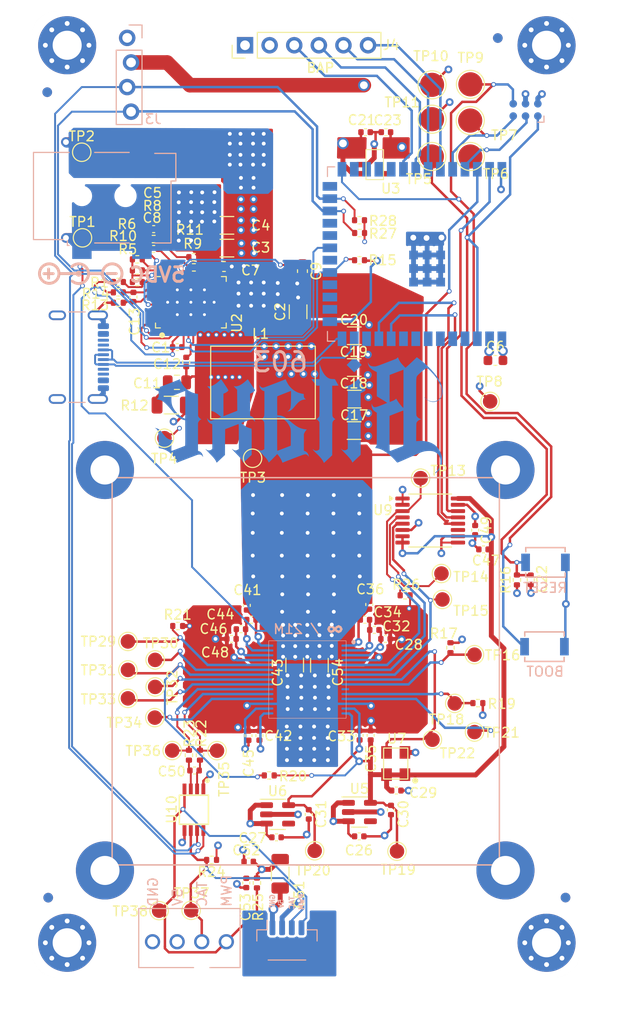
<source format=kicad_pcb>
(kicad_pcb (version 20241229) (generator "pcbnew") (generator_version "9.0")
  (layers (0 "F.Cu" signal) (4 "In1.Cu" signal) (6 "In2.Cu" signal) (2 "B.Cu" signal) (13 "F.Paste" user) (15 "B.Paste" user) (5 "F.SilkS" user "F.Silkscreen") (7 "B.SilkS" user "B.Silkscreen") (1 "F.Mask" user) (3 "B.Mask" user) (25 "Edge.Cuts" user))
  (net 0 "")
  (net 1 "GND")
  (net 2 "/VDD")
  (net 3 "/ESP32/EN")
  (net 4 "/5V")
  (net 5 "/3V3")
  (net 6 "/TX")
  (net 7 "/RX")
  (net 8 "/RST")
  (net 9 "/SCL")
  (net 10 "/Fan/FAN_PWM")
  (net 11 "/Power/SW")
  (net 12 "/ESP32/USB_D+")
  (net 13 "/ESP32/USB_D-")
  (net 14 "Net-(U2-DRTN)")
  (net 15 "Net-(U2-BP1V5)")
  (net 16 "Net-(U2-AVIN)")
  (net 17 "Net-(U2-EN{slash}UVLO)")
  (net 18 "/ESP32/P_TX")
  (net 19 "/ESP32/P_RX")
  (net 20 "/ESP32/IO0")
  (net 21 "Net-(U2-VDD5)")
  (net 22 "/Power/PGOOD")
  (net 25 "/SDA")
  (net 26 "Net-(U2-BOOT)")
  (net 27 "Net-(U2-VOSNS)")
  (net 28 "Net-(U2-GOSNS)")
  (net 29 "Net-(U8-VDDIO_12_1)")
  (net 30 "Net-(U8-VDDIO_08_1)")
  (net 31 "Net-(J4-Pin_3)")
  (net 32 "Net-(J4-Pin_6)")
  (net 33 "Net-(J4-Pin_5)")
  (net 34 "Net-(J4-Pin_4)")
  (net 41 "Net-(U2-MSEL1)")
  (net 42 "Net-(U2-MSEL2)")
  (net 43 "Net-(U2-ADRSEL)")
  (net 44 "Net-(U2-VSEL)")
  (net 45 "Net-(U8-ROSC_SEL)")
  (net 46 "Net-(U8-LITE_PAD)")
  (net 47 "Net-(U8-INV_CLKO)")
  (net 52 "/Fan/TEMP_N")
  (net 53 "/Fan/TEMP_P")
  (net 56 "/Power/AGND")
  (net 68 "/Power/PMB_ALRT")
  (net 75 "Net-(C11-Pad1)")
  (net 76 "/Fan/TEMP_DP")
  (net 77 "/Fan/TEMP_DN")
  (net 80 "/BM1370/VDD3_0")
  (net 81 "/BM1370/1V2")
  (net 82 "/BM1370/0V8")
  (net 83 "/BM1370/VDD2_0")
  (net 84 "/BM1370/VDD1_0")
  (net 85 "/BM1370/VDD1_1")
  (net 86 "/BM1370/VDD2_1")
  (net 87 "/BM1370/VDD3_1")
  (net 88 "/BM1370/BI")
  (net 89 "/BM1370/RST_N")
  (net 90 "/BM1370/CI")
  (net 91 "/BM1370/RO")
  (net 92 "/BM1370/CLKI")
  (net 93 "/BM1370/NRSTO")
  (net 94 "/BM1370/CO")
  (net 95 "/BM1370/RI")
  (net 96 "/BM1370/CLKO")
  (net 97 "/BM1370/BO")
  (net 98 "/BM1370/PIN_MODE")
  (net 99 "/Fan/FAN_TACH")
  (net 100 "unconnected-(J7-MountPin-PadMP)")
  (footprint "Capacitor_SMD:C_1206_3216Metric" (layer "F.Cu") (at 110.45 81.05)
    (property "Reference" "C20")
    (property "Value" "100uF")
  )
  (footprint "Capacitor_SMD:C_1206_3216Metric" (layer "F.Cu") (at 102.8 136.6 -90)
    (property "Reference" "C51")
    (property "Value" "100uF")
  )
  (footprint "TestPoint:TestPoint_Pad_D1.5mm" (layer "F.Cu") (at 114.86 134.28)
    (property "Reference" "TP19")
    (property "Value" "TestPoint")
  )
  (footprint "Fiducial:Fiducial_1mm_Mask2mm" (layer "F.Cu") (at 125.2728 50.292)
    (property "Reference" "FID2" (hide yes))
    (property "Value" "Fiducial")
  )
  (footprint "Fiducial:Fiducial_1mm_Mask2mm" (layer "F.Cu") (at 132.2578 139.065)
    (property "Reference" "FID4" (hide yes))
    (property "Value" "Fiducial")
  )
  (footprint "Fiducial:Fiducial_1mm_Mask2mm" (layer "F.Cu") (at 78.8416 139.065)
    (property "Reference" "FID3" (hide yes))
    (property "Value" "Fiducial")
  )
  (footprint "bitaxe:NetTie-0.25mm" (layer "F.Cu") (at 90.825 77.85)
    (property "Reference" "T1" (hide yes))
    (property "Value" "net-tie" (hide yes))
  )
  (footprint "Capacitor_SMD:C_0402_1005Metric" (layer "F.Cu") (at 99.35 108.89 -90)
    (property "Reference" "C41")
    (property "Value" "1uF")
  )
  (footprint "Resistor_SMD:R_0402_1005Metric" (layer "F.Cu") (at 115.7 107.85 180)
    (property "Reference" "R26")
    (property "Value" "10k")
  )
  (footprint "TestPoint:TestPoint_Pad_D1.5mm" (layer "F.Cu") (at 122.86 121.97)
    (property "Reference" "TP21")
    (property "Value" "TestPoint")
  )
  (footprint "TestPoint:TestPoint_Pad_D1.5mm" (layer "F.Cu") (at 120.82 119.01)
    (property "Reference" "TP18")
    (property "Value" "TestPoint")
  )
  (footprint "Capacitor_SMD:C_0402_1005Metric" (layer "F.Cu") (at 100.655438 122.33 90)
    (property "Reference" "C42")
    (property "Value" "1uF")
  )
  (footprint "TestPoint:TestPoint_Pad_D1.5mm" (layer "F.Cu") (at 124.475 87.825)
    (property "Reference" "TP8")
    (property "Value" "TestPoint")
  )
  (footprint "Resistor_SMD:R_0402_1005Metric" (layer "F.Cu") (at 94.52 124.36 -90)
    (property "Reference" "R23")
    (property "Value" "100" (hide yes))
  )
  (footprint "Capacitor_SMD:C_0402_1005Metric" (layer "F.Cu") (at 98.75 111.35 180)
    (property "Reference" "C46")
    (property "Value" "1uF")
  )
  (footprint "MountingHole:MountingHole_3mm_Pad" (layer "F.Cu") (at 84.71 94.91)
    (property "Reference" "H6" (hide yes))
    (property "Value" "MountingHole")
  )
  (footprint "Resistor_SMD:R_1206_3216Metric" (layer "F.Cu") (at 91.55 88.21 180)
    (property "Reference" "R12")
    (property "Value" "1")
  )
  (footprint "Capacitor_SMD:C_0402_1005Metric" (layer "F.Cu") (at 87.65 77.05 -90)
    (property "Reference" "C13")
    (property "Value" "100pF")
  )
  (footprint "Package_TO_SOT_SMD:SOT-23-5" (layer "F.Cu") (at 102.53 130.47)
    (property "Reference" "U6")
    (property "Value" "MCP1824T-0802E")
  )
  (footprint "Resistor_SMD:R_0402_1005Metric" (layer "F.Cu") (at 86.1 75.5)
    (property "Reference" "R1")
    (property "Value" "8.25k")
  )
  (footprint "TestPoint:TestPoint_Pad_D1.5mm" (layer "F.Cu") (at 117.3 95.75)
    (property "Reference" "TP13")
    (property "Value" "TestPoint")
  )
  (footprint "TestPoint:TestPoint_Pad_D1.5mm" (layer "F.Cu") (at 93.61 140.38)
    (property "Reference" "TP37")
    (property "Value" "TestPoint")
  )
  (footprint "TestPoint:TestPoint_Pad_D1.5mm" (layer "F.Cu") (at 96.28 123.89)
    (property "Reference" "TP35")
    (property "Value" "TestPoint" (hide yes))
  )
  (footprint "Resistor_SMD:R_0402_1005Metric" (layer "F.Cu") (at 89.74 71.065 180)
    (property "Reference" "R8")
    (property "Value" "3.74k")
  )
  (footprint "Resistor_SMD:R_0402_1005Metric" (layer "F.Cu") (at 93.88 72.93 180)
    (property "Reference" "R11")
    (property "Value" "10")
  )
  (footprint "Capacitor_SMD:C_1206_3216Metric" (layer "F.Cu") (at 110.45 87.59)
    (property "Reference" "C18")
    (property "Value" "100uF")
  )
  (footprint "TestPoint:TestPoint_Pad_D1.5mm" (layer "F.Cu") (at 90.3 140.41)
    (property "Reference" "TP38")
    (property "Value" "TestPoint")
  )
  (footprint "TestPoint:TestPoint_Pad_D1.5mm" (layer "F.Cu") (at 87.08 118.492)
    (property "Reference" "TP33")
    (property "Value" "TestPoint")
  )
  (footprint "TestPoint:TestPoint_Pad_D1.5mm" (layer "F.Cu") (at 99.95 93.7)
    (property "Reference" "TP3")
    (property "Value" "TestPoint")
  )
  (footprint "TestPoint:TestPoint_Pad_D2.5mm" (layer "F.Cu") (at 122.44 55.09)
    (property "Reference" "TP9")
    (property "Value" "TestPoint")
  )
  (footprint "MountingHole:MountingHole_3mm_Pad" (layer "F.Cu") (at 126.06 136.26)
    (property "Reference" "H5" (hide yes))
    (property "Value" "MountingHole")
  )
  (footprint "Capacitor_SMD:C_0402_1005Metric" (layer "F.Cu") (at 99.525438 122.34 90)
    (property "Reference" "C45")
    (property "Value" "1uF")
  )
  (footprint "Capacitor_SMD:C_0402_1005Metric" (layer "F.Cu") (at 112.14 122.31 90)
    (property "Reference" "C35")
    (property "Value" "1uF")
  )
  (footprint "Capacitor_SMD:C_1206_3216Metric" (layer "F.Cu") (at 97.3 69.65)
    (property "Reference" "C4")
    (property "Value" "100uF")
  )
  (footprint "bitaxe:SMD3225-4P" (layer "F.Cu") (at 114.73 125.22 90)
    (property "Reference" "U7")
    (property "Value" "25MHz")
  )
  (footprint "Capacitor_SMD:C_0402_1005Metric" (layer "F.Cu") (at 102.42 132.84)
    (property "Reference" "C27")
    (property "Value" "1uF")
  )
  (footprint "bitaxe:MountingHole_3mm_Pad_Via" (layer "F.Cu") (at 130.302 51.054)
    (property "Reference" "H1" (hide yes))
    (property "Value" "MountingHole_Pad")
  )
  (footprint "TestPoint:TestPoint_Pad_D1.5mm" (layer "F.Cu") (at 90.85 91.625)
    (property "Reference" "TP4")
    (property "Value" "TestPoint")
  )
  (footprint "TestPoint:TestPoint_Pad_D2.5mm" (layer "F.Cu") (at 118.48 58.69)
    (property "Reference" "TP11")
    (property "Value" "TestPoint")
  )
  (footprint "Capacitor_SMD:C_0402_1005Metric" (layer "F.Cu") (at 114.79 128.01 180)
    (property "Reference" "C29")
    (property "Value" "0.1uF")
  )
  (footprint "Fiducial:Fiducial_1mm_Mask2mm" (layer "F.Cu") (at 78.74 55.9054)
    (property "Reference" "FID1" (hide yes))
    (property "Value" "Fiducial")
  )
  (footprint "Capacitor_SMD:C_0402_1005Metric" (layer "F.Cu") (at 93.1 83.76 -90)
    (property "Reference" "C12")
    (property "Value" "0.1uF")
  )
  (footprint "TestPoint:TestPoint_Pad_D1.5mm" (layer "F.Cu") (at 119.45 105.6)
    (property "Reference" "TP14")
    (property "Value" "TestPoint")
  )
  (footprint "Resistor_SMD:R_0402_1005Metric" (layer "F.Cu") (at 123.21 118.98 180)
    (property "Reference" "R19")
    (property "Value" "1k")
  )
  (footprint "TestPoint:TestPoint_Pad_D2.5mm" (layer "F.Cu") (at 118.46 62.54)
    (property "Reference" "TP5")
    (property "Value" "TestPoint")
  )
  (footprint "TestPoint:TestPoint_Pad_D1.5mm" (layer "F.Cu") (at 91.65 123.88)
    (property "Reference" "TP36")
    (property "Value" "TestPoint" (hide yes))
  )
  (footprint "Capacitor_SMD:C_1206_3216Metric" (layer "F.Cu") (at 104.3 115.05 -90)
    (property "Reference" "C43")
    (property "Value" "100uF")
  )
  (footprint "TestPoint:TestPoint_Pad_D1.5mm" (layer "F.Cu") (at 119.55 108.28)
    (property "Reference" "TP15")
    (property "Value" "TestPoint")
  )
  (footprint "Capacitor_SMD:C_1206_3216Metric" (layer "F.Cu") (at 104.65 78.575 90)
    (property "Reference" "C2")
    (property "Value" "100uF")
  )
  (footprint "TestPoint:TestPoint_Pad_D1.5mm" (layer "F.Cu") (at 118.52 122.76)
    (property "Reference" "TP22")
    (property "Value" "TestPoint")
  )
  (footprint "Resistor_SMD:R_0402_1005Metric" (layer "F.Cu") (at 100.4 137.55 90)
    (property "Reference" "R25")
    (property "Value" "10k")
  )
  (footprint "Capacitor_SMD:C_0402_1005Metric" (layer "F.Cu") (at 128.67 106.25 -90)
    (property "Reference" "C22")
    (property "Value" "1uF")
  )
  (footprint "Resistor_SMD:R_0402_1005Metric" (layer "F.Cu") (at 92.22 111.02)
    (property "Reference" "R21")
    (property "Value" "2k")
  )
  (footprint "Package_SO:TSSOP-8_3x3mm_P0.65mm" (layer "F.Cu") (at 93.895 129.99 -90)
    (property "Reference" "U10")
    (property "Value" "EMC2101")
  )
  (footprint "Capacitor_SMD:C_0402_1005Metric" (layer "F.Cu") (at 89.74 72.09 180)
    (property "Reference" "C8")
    (property "Value" "0.1uF")
  )
  (footprint "Resistor_SMD:R_0402_1005Metric" (layer "F.Cu") (at 88.05 75.5)
    (property "Reference" "R5")
    (property "Value" "14.7k")
  )
  (footprint "Resistor_SMD:R_0402_1005Metric" (layer "F.Cu") (at 88.05 73.16 180)
    (property "Reference" "R6")
    (property "Value" "0")
  )
  (footprint "TestPoint:TestPoint_Pad_D1.5mm" (layer "F.Cu") (at 87.08 112.616)
    (property "Reference" "TP29")
    (property "Value" "TestPoint")
  )
  (footprint "Package_TO_SOT_SMD:SOT-23-5" (layer "F.Cu") (at 110.981 130.229)
    (property "Reference" "U5")
    (property "Value" "MCP1824T-1202E/OT")
  )
  (footprint "bitaxe:MountingHole_3mm_Pad_Via" (layer "F.Cu") (at 130.302 143.728)
    (property "Reference" "H3" (hide yes))
    (property "Value" "MountingHole_Pad")
  )
  (footprint "Capacitor_SMD:C_0402_1005Metric" (layer "F.Cu") (at 122.93 101.12 -90)
    (property "Reference" "C49")
    (property "Value" "0.1uF")
  )
  (footprint "TestPoint:TestPoint_Pad_D1.5mm" (layer "F.Cu") (at 82.31 62.1)
    (property "Reference" "TP2")
    (property "Value" "TestPoint")
  )
  (footprint "Resistor_SMD:R_0402_1005Metric" (layer "F.Cu") (at 93.89 73.99 180)
    (property "Reference" "R9")
    (property "Value" "11.8k")
  )
  (footprint "Capacitor_SMD:C_0402_1005Metric" (layer "F.Cu") (at 113.72 60.03 180)
    (property "Reference" "C23")
    (property "Value" "1uF")
  )
  (footprint "TestPoint:TestPoint_Pad_D2.5mm" (layer "F.Cu") (at 122.43 62.54)
    (property "Reference" "TP6")
    (property "Value" "TestPoint")
  )
  (footprint "Capacitor_SMD:C_1206_3216Metric" (layer "F.Cu") (at 110.45 84.33)
    (property "Reference" "C19")
    (property "Value" "100uF")
  )
  (footprint "Resistor_SMD:R_0402_1005Metric" (layer "F.Cu") (at 120.38 113.26 -90)
    (property "Reference" "R17")
    (property "Value" "10k")
  )
  (footprint "Connector_PinHeader_2.54mm:PinHeader_1x06_P2.54mm_Vertical" (layer "F.Cu") (at 99.171505 51.054 90)
    (property "Reference" "J4")
    (property "Value" "Conn_01x06")
  )
  (footprint "TestPoint:TestPoint_Pad_D1.5mm" (layer "F.Cu") (at 122.86 113.98)
    (property "Reference" "TP16")
    (property "Value" "TestPoint")
  )
  (footprint "TestPoint:TestPoint_Pad_D1.5mm" (layer "F.Cu") (at 89.86 120.48)
    (property "Reference" "TP34")
    (property "Value" "TestPoint")
  )
  (footprint "bitaxe:MountingHole_3mm_Pad_Via" (layer "F.Cu") (at 80.808 143.728)
    (property "Reference" "H4" (hide yes))
    (property "Value" "MountingHole_Pad")
  )
  (footprint "TestPoint:TestPoint_Pad_D1.5mm" (layer "F.Cu") (at 82.39 70.94)
    (property "Reference" "TP1")
    (property "Value" "TestPoint")
  )
  (footprint "Resistor_SMD:R_0402_1005Metric" (layer "F.Cu") (at 86.09 77.64 180)
    (property "Reference" "R13")
    (property "Value" "49.9")
  )
  (footprint "Capacitor_SMD:C_0402_1005Metric" (layer "F.Cu") (at 99.3 137.55 -90)
    (property "Reference" "C53")
    (property "Value" "0.1uF")
  )
  (footprint "MountingHole:MountingHole_3mm_Pad" (layer "F.Cu") (at 84.71 136.26)
    (property "Reference" "H8" (hide yes))
    (property "Value" "MountingHole")
  )
  (footprint "Capacitor_SMD:C_0402_1005Metric" (layer "F.Cu") (at 97.775 112.35 180)
    (property "Reference" "C48")
    (property "Value" "1uF")
  )
  (footprint "Capacitor_SMD:C_0402_1005Metric" (layer "F.Cu") (at 113.675 112.35 180)
    (property "Reference" "C28")
    (property "Value" "1uF")
  )
  (footprint "Package_SO:TSSOP-16_4.4x5mm_P0.65mm" (layer "F.Cu") (at 118.29 100.13)
    (property "Reference" "U9")
    (property "Value" "SN74AVC4T774")
  )
  (footprint "bitaxe:SLC1175-271MEC_COC" (layer "F.Cu") (at 101.025 85.875)
    (property "Reference" "L1")
    (property "Value" "300nH")
  )
  (footprint "Resistor_SMD:R_0402_1005Metric" (layer "F.Cu") (at 95.72 135.17)
    (property "Reference" "R24")
    (property "Value" "5.6k")
  )
  (footprint "Capacitor_SMD:C_0603_1608Metric" (layer "F.Cu") (at 125.025 83.6)
    (property "Reference" "C6")
    (property "Value" "10uF")
  )
  (footprint "Capacitor_SMD:C_0402_1005Metric" (layer "F.Cu") (at 89.74 70.04)
    (property "Reference" "C5")
    (property "Value" "1uF")
  )
  (footprint "Capacitor_SMD:C_0402_1005Metric" (layer "F.Cu") (at 111.55 110.375 180)
    (property "Reference" "C34")
    (property "Value" "1uF")
  )
  (footprint "Resistor_SMD:R_0402_1005Metric" (layer "F.Cu") (at 93.38 124.36 90)
    (property "Reference" "R22")
    (property "Value" "100" (hide yes))
  )
  (footprint "Resistor_SMD:R_0402_1005Metric" (layer "F.Cu") (at 101.67 126.45 180)
    (property "Reference" "R20")
    (property "Value" "1k")
  )
  (footprint "Capacitor_SMD:C_1206_3216Metric" (layer "F.Cu") (at 110.43 90.84)
    (property "Reference" "C17")
    (property "Value" "100uF")
  )
  (footprint "Capacitor_SMD:C_0402_1005Metric" (layer "F.Cu") (at 110.961 132.739)
    (property "Reference" "C26")
    (property "Value" "1uF")
  )
  (footprint "Capacitor_SMD:C_0603_1608Metric" (layer "F.Cu") (at 105.1 74.375 -90)
    (property "Reference" "C9")
    (property "Value" "10uF")
  )
  (footprint "Capacitor_SMD:C_0402_1005Metric" (layer "F.Cu") (at 123.79 103.11 180)
    (property "Reference" "C47")
    (property "Value" "0.1uF")
  )
  (footprint "Capacitor_SMD:C_0402_1005Metric" (layer "F.Cu") (at 111 122.31 90)
    (property "Reference" "C33")
    (property "Value" "1uF")
  )
  (footprint "bitaxe:MountingHole_3mm_Pad_Via" (layer "F.Cu") (at 80.808 51.054)
    (property "Reference" "H2" (hide yes))
    (property "Value" "MountingHole_Pad")
  )
  (footprint "Capacitor_SMD:C_0402_1005Metric" (layer "F.Cu") (at 92.17 82.22 180)
    (property "Reference" "C1")
    (property "Value" "1uF")
  )
  (footprint "Capacitor_SMD:C_0402_1005Metric" (layer "F.Cu") (at 112 108.8 90)
    (property "Reference" "C36")
    (property "Value" "1uF")
  )
  (footprint "TestPoint:TestPoint_Pad_D1.5mm" (layer "F.Cu") (at 106.36 134.23 180)
    (property "Reference" "TP20")
    (property "Value" "TestPoint")
  )
  (footprint "MountingHole:MountingHole_3mm_Pad" (layer "F.Cu") (at 126.06 94.91 90)
    (property "Reference" "H7" (hide yes))
    (property "Value" "MountingHole")
  )
  (footprint "Resistor_SMD:R_0402_1005Metric" (layer "F.Cu") (at 111 70.44)
    (property "Reference" "R27")
    (property "Value" "5.6k")
  )
  (footprint "Resistor_SMD:R_0402_1005Metric" (layer "F.Cu") (at 110.99 69.12)
    (property "Reference" "R28")
    (property "Value" "5.6k")
  )
  (footprint "TestPoint:TestPoint_Pad_D1.5mm" (layer "F.Cu") (at 89.89 114.52)
    (property "Reference" "TP30")
    (property "Value" "TestPoint")
  )
  (footprint "Resistor_SMD:R_0402_1005Metric" (layer "F.Cu") (at 110.99 73.25)
    (property "Reference" "R15")
    (property "Value" "10k")
  )
  (footprint "bitaxe:LQFN40-CLIP" (layer "F.Cu") (at 93.58 77.59 90)
    (property "Reference" "U2")
    (property "Value" "TPS546D24ARVFR")
  )
  (footprint "Capacitor_SMD:C_1206_3216Metric" (layer "F.Cu") (at 97.3 72)
    (property "Reference" "C3")
    (property "Value" "100uF")
  )
  (footprint "Capacitor_SMD:C_0402_1005Metric" (layer "F.Cu") (at 93.96 125.94 180)
    (property "Reference" "C50")
    (property "Value" "470pF" (hide yes))
  )
  (footprint "Resistor_SMD:R_0402_1005Metric" (layer "F.Cu") (at 88.05 74.3 180)
    (property "Reference" "R10")
    (property "Value" "68.1k")
  )
  (footprint "Capacitor_SMD:C_0402_1005Metric" (layer "F.Cu") (at 112.525 111.425 180)
    (property "Reference" "C32")
    (property "Value" "1uF")
  )
  (footprint "Resistor_SMD:R_0402_1005Metric" (layer "F.Cu") (at 127.24 106.26 90)
    (property "Reference" "R16")
    (property "Value" "10k")
  )
  (footprint "Capacitor_SMD:C_0402_1005Metric" (layer "F.Cu") (at 99.55 135.35 180)
    (property "Reference" "C52")
    (property "Value" "0.1uF")
  )
  (footprint "Capacitor_SMD:C_0805_2012Metric" (layer "F.Cu") (at 92.14 85.86)
    (property "Reference" "C11")
    (property "Value" "1000pF")
  )
  (footprint "Capacitor_SMD:C_0402_1005Metric" (layer "F.Cu") (at 111.62 60.03)
    (property "Reference" "C21")
    (property "Value" "1uF")
  )
  (footprint "TestPoint:TestPoint_Pad_D1.5mm" (layer "F.Cu") (at 87.08 115.554)
    (property "Reference" "TP31")
    (property "Value" "TestPoint")
  )
  (footprint "TestPoint:TestPoint_Pad_D2.5mm" (layer "F.Cu") (at 122.42 58.83)
    (property "Reference" "TP7")
    (property "Value" "TestPoint")
  )
  (footprint "TestPoint:TestPoint_Pad_D1.5mm" (layer "F.Cu") (at 89.89 117.31)
    (property "Reference" "TP32")
    (property "Value" "TestPoint")
  )
  (footprint "Resistor_SMD:R_0402_1005Metric" (layer "F.Cu") (at 86.09 76.57)
    (property "Reference" "R14")
    (property "Value" "49.9")
  )
  (footprint "Capacitor_SMD:C_0402_1005Metric" (layer "F.Cu") (at 114.24 130.02 -90)
    (property "Reference" "C30")
    (property "Value" "1uF")
  )
  (footprint "Capacitor_SMD:C_1206_3216Metric" (layer "F.Cu") (at 106.85 115.075 -90)
    (property "Reference" "C54")
    (property "Value" "100uF")
  )
  (footprint "Capacitor_SMD:C_0603_1608Metric" (layer "F.Cu") (at 97 73.9)
    (property "Reference" "C7")
    (property "Value" "10uF")
  )
  (footprint "Capacitor_SMD:C_0402_1005Metric" (layer "F.Cu") (at 99.825 110.375 180)
    (property "Reference" "C44")
    (property "Value" "1uF")
  )
  (footprint "bitaxe:RT9080-33GJ5" (layer "F.Cu") (at 112.563 63.38)
    (property "Reference" "U3")
    (property "Value" "RT9080-33GJ5")
  )
  (footprint "TestPoint:TestPoint_Pad_D2.5mm" (layer "F.Cu") (at 118.48 55.14)
    (property "Reference" "TP10")
    (property "Value" "TestPoint")
  )
  (footprint "Capacitor_SMD:C_0402_1005Metric" (layer "F.Cu") (at 105.75 130.47 -90)
    (property "Reference" "C31")
    (property "Value" "1uF")
  )
  (footprint "bitaxe:470531000" (layer "B.Cu") (at 89.621 143.622)
    (property "Reference" "J6" (hide yes))
    (property "Value" "Conn_01x04")
  )
  (footprint "bitaxe:PinHeader_1x04_P2.54mm_Vertical_shifted" (layer "B.Cu") (at 87.205 50.292 180)
    (property "Reference" "J3")
    (property "Value" "Conn_01x04")
  )
  (footprint "Fiducial:Fiducial_1mm_Mask2mm" (layer "B.Cu") (at 132.26 139.06 180)
    (property "Reference" "FID7" (hide yes))
    (property "Value" "Fiducial")
  )
  (footprint "bitaxe:USB_C_Receptacle_GCT_USB4105-xx-A" (layer "B.Cu") (at 80.865 83.26 90)
    (property "Reference" "J5" (hide yes))
    (property "Value" "USB_C_Receptacle_USB2.0")
  )
  (footprint "bitaxe:ESP32-S3-WROOM-1" (layer "B.Cu") (at 117.43 72.61 90)
    (property "Reference" "U4" (hide yes))
    (property "Value" "ESP32-S3-WROOM-1")
  )
  (footprint "bitaxe:Tag-Connect_TC2030-IDC-NL_2x03_P1.27mm_Vertical" (layer "B.Cu") (at 128.13 57.73 180)
    (property "Reference" "J2" (hide yes))
    (property "Value" "TC2030-IDC")
  )
  (footprint "bitaxe:BM1370" (layer "B.Cu") (at 105.610562 116.546 180)
    (property "Reference" "U8" (hide yes))
    (property "Value" "BM1370_mode1")
  )
  (footprint "bitaxe:logo" (layer "B.Cu") (at 105.131305 89.685804 180)
    (property "Reference" "G***" (hide yes))
    (property "Value" "LOGO" (hide yes))
  )
  (footprint "bitaxe:logo-fcu" (layer "B.Cu") (at 105.131305 89.685804 180)
    (property "Reference" "G***" (hide yes))
    (property "Value" "LOGO" (hide yes))
  )
  (footprint "Fiducial:Fiducial_1mm_Mask2mm" (layer "B.Cu") (at 78.85 139.07 180)
    (property "Reference" "FID8" (hide yes))
    (property "Value" "Fiducial")
  )
  (footprint "bitaxe:TENSILITY_54-00164" (layer "B.Cu") (at 84.58 66.62 90)
    (property "Reference" "J1" (hide yes))
    (property "Value" "54-00164")
  )
  (footprint "bitaxe:SW_CS1213AGF260_CRS" (layer "B.Cu") (at 130.186 104.448 180)
    (property "Reference" "SW1" (hide yes))
    (property "Value" "GT-TC029B-H025-L1N")
  )
  (footprint "bitaxe:polarity" (layer "B.Cu") (at 81.994918 74.631416 180)
    (property "Reference" "U1" (hide yes))
    (property "Value" "~")
  )
  (footprint "Fiducial:Fiducial_1mm_Mask2mm" (layer "B.Cu") (at 125.27 50.31 180)
    (property "Reference" "FID5" (hide yes))
    (property "Value" "Fiducial")
  )
  (footprint "bitaxe:SW_CS1213AGF260_CRS" (layer "B.Cu") (at 130.082 113.155 180)
    (property "Reference" "SW2" (hide yes))
    (property "Value" "GT-TC029B-H025-L1N")
  )
  (footprint "Fiducial:Fiducial_1mm_Mask2mm" (layer "B.Cu") (at 78.75 55.9 180)
    (property "Reference" "FID6" (hide yes))
    (property "Value" "Fiducial")
  )
  (footprint "Connector_JST:JST_SH_BM04B-SRSS-TB_1x04-1MP_P1.00mm_Vertical" (layer "B.Cu") (at 103.5 143.5)
    (property "Reference" "J7" (hide yes))
    (property "Value" "Conn_01x04")
  )
  (gr_rect (start 85.45 95.7) (end 125.43 135.69) (stroke (width 0.15)) (fill no) (layer "B.SilkS"))
  (gr_line (start 79.729 47.522) (end 131.192 47.522) (stroke (width 0.001)) (layer "Edge.Cuts"))
  (gr_arc (start 133.732 144.744) (mid 132.988051 146.540051) (end 131.192 147.284) (stroke (width 0.001)) (layer "Edge.Cuts"))
  (gr_arc (start 131.192 47.522) (mid 132.988051 48.265949) (end 133.732 50.062) (stroke (width 0.001)) (layer "Edge.Cuts"))
  (gr_arc (start 77.189 50.062) (mid 77.932949 48.265949) (end 79.729 47.522) (stroke (width 0.001)) (layer "Edge.Cuts"))
  (gr_line (start 131.192 147.284) (end 79.729 147.284) (stroke (width 0.001)) (layer "Edge.Cuts"))
  (gr_line (start 133.732 50.062) (end 133.732 144.744) (stroke (width 0.001)) (layer "Edge.Cuts"))
  (gr_arc (start 79.729 147.284) (mid 77.932949 146.540051) (end 77.189 144.744) (stroke (width 0.001)) (layer "Edge.Cuts"))
  (gr_line (start 77.189 144.744) (end 77.189 50.062) (stroke (width 0.001)) (layer "Edge.Cuts"))
  (gr_text "BAP" (at 105.43 53.97 0) (layer "F.SilkS") (effects (font (size 1 1)) (justify left bottom)))
  (gr_text "TAC" (at 104 139.6 90) (layer "B.SilkS") (effects (font (size 0.5 0.5) (thickness 0.125)) (justify mirror)))
  (gr_text "/ 21M" (at 104.53 111.34 0) (layer "B.SilkS") (effects (font (size 1 1)) (justify mirror)))
  (gr_text "5V" (at 92.209 139.018 90) (layer "B.SilkS") (effects (font (size 1 1)) (justify mirror)))
  (gr_text "5VDC" (at 93.18 75.63 0) (layer "B.SilkS") (effects (font (size 1.5 1.5) (thickness 0.3) (bold yes)) (justify left bottom mirror)))
  (gr_text "603" (at 105.83 84.94 0) (layer "B.SilkS") (effects (font (size 2 2) (thickness 0.3)) (justify left bottom mirror)))
  (gr_text "GND" (at 102 139.5 90) (layer "B.SilkS") (effects (font (size 0.5 0.5) (thickness 0.125)) (justify mirror)))
  (gr_text "PWM" (at 97.265 138.363 90) (layer "B.SilkS") (effects (font (size 1 1)) (justify mirror)))
  (gr_text "5V" (at 102.9 139.7 90) (layer "B.SilkS") (effects (font (size 0.5 0.5) (thickness 0.125)) (justify mirror)))
  (gr_text "∞" (at 108.45 111.19 0) (layer "B.SilkS") (effects (font (size 2 2) (thickness 0.25)) (justify mirror)))
  (gr_text "TAC" (at 94.7325 138.696333 90) (layer "B.SilkS") (effects (font (size 1 1)) (justify mirror)))
  (gr_text "GND" (at 89.6675 138.482048 90) (layer "B.SilkS") (effects (font (size 1 1)) (justify mirror)))
  (gr_text "PWM" (at 105 139.5 90) (layer "B.SilkS") (effects (font (size 0.5 0.5) (thickness 0.125)) (justify mirror)))
  (segment (start 112.64 61.122) (end 112.512 61.25) (width 0.2) (layer "F.Cu") (net 1))
  (segment (start 111.18505 63.38) (end 111.18905 63.376) (width 0.508) (layer "F.Cu") (net 1))
  (segment (start 116.21 109.11) (end 116.11 109.21) (width 0.2) (layer "F.Cu") (net 1))
  (segment (start 125.8 82.625) (end 125.8 83.6) (width 0.508) (layer "F.Cu") (net 1))
  (segment (start 85.58 77.64) (end 84.68 77.64) (width 0.254) (layer "F.Cu") (net 1))
  (segment (start 119.775 101.755) (end 121.1525 101.755) (width 0.254) (layer "F.Cu") (net 1))
  (segment (start 91.255 91.22) (end 90.85 91.625) (width 0.2) (layer "F.Cu") (net 1))
  (segment (start 123.31 103.11) (end 123.29 103.11) (width 0.254) (layer "F.Cu") (net 1))
  (segment (start 121.1525 102.405) (end 119.445 102.405) (width 0.2) (layer "F.Cu") (net 1))
  (segment (start 111.18905 63.376) (end 111.824 63.376) (width 0.508) (layer "F.Cu") (net 1))
  (segment (start 119.445 102.405) (end 119.44 102.41) (width 0.2) (layer "F.Cu") (net 1))
  (segment (start 119.44 102.09) (end 119.775 101.755) (width 0.254) (layer "F.Cu") (net 1))
  (segment (start 80.68 61.05) (end 81.26 61.05) (width 1) (layer "F.Cu") (net 1))
  (segment (start 115.69 124.08) (end 115.68 124.07) (width 0.508) (layer "F.Cu") (net 1))
  (segment (start 121.23 112.75) (end 121.58 112.4) (width 0.254) (layer "F.Cu") (net 1))
  (segment (start 120.07 53.55) (end 118.48 55.14) (width 0.254) (layer "F.Cu") (net 1))
  (segment (start 101.3925 130.47) (end 104.64 130.47) (width 0.508) (layer "F.Cu") (net 1))
  (segment (start 83.85 87.7) (end 83.97 87.58) (width 0.508) (layer "F.Cu") (net 1))
  (segment (start 116.05 128.01) (end 115.44 128.01) (width 0.254) (layer "F.Cu") (net 1))
  (segment (start 120.38 112.75) (end 121.23 112.75) (width 0.254) (layer "F.Cu") (net 1))
  (segment (start 115.44 98.4925) (end 115.4275 98.505) (width 0.2) (layer "F.Cu") (net 1))
  (segment (start 83.97 78.35) (end 83.97 78.94) (width 0.254) (layer "F.Cu") (net 1))
  (segment (start 123.72 120.22) (end 123.71 120.23) (width 0.254) (layer "F.Cu") (net 1))
  (segment (start 92.4 90.6) (end 91.78 91.22) (width 0.2) (layer "F.Cu") (net 1))
  (segment (start 84.68 77.64) (end 83.97 78.35) (width 0.254) (layer "F.Cu") (net 1))
  (segment (start 91.78 91.22) (end 91.255 91.22) (width 0.2) (layer "F.Cu") (net 1))
  (segment (start 102.1 140.2556) (end 102.8 139.5556) (width 0.508) (layer "F.Cu") (net 1))
  (segment (start 112.65 60.03) (end 112.65 61.112) (width 0.254) (layer "F.Cu") (net 1))
  (segment (start 112.1 60.03) (end 112.65 60.03) (width 0.254) (layer "F.Cu") (net 1))
  (segment (start 123.29 103.11) (end 122.64 102.46) (width 0.254) (layer "F.Cu") (net 1))
  (segment (start 119.44 103.51) (end 119.44 102.41) (width 0.254) (layer "F.Cu") (net 1))
  (segment (start 111.441 132.739) (end 113.491 132.739) (width 0.254) (layer "F.Cu") (net 1))
  (segment (start 102.9 132.84) (end 105.25 132.84) (width 0.254) (layer "F.Cu") (net 1))
  (segment (start 109.8525 130.22) (end 109.8435 130.229) (width 0.508) (layer "F.Cu") (net 1))
  (segment (start 128.67 106.73) (end 128.67 107.6) (width 0.254) (layer "F.Cu") (net 1))
  (segment (start 92.73 111.02) (end 93.45 111.02) (width 0.2) (layer "F.Cu") (net 1))
  (segment (start 115.4275 101.105) (end 116.345 101.105) (width 0.254) (layer "F.Cu") (net 1))
  (segment (start 92.92 133.13) (end 92.68 133.37) (width 0.254) (layer "F.Cu") (net 1))
  (segment (start 99.07 134.243617) (end 99.07 135.35) (width 0.254) (layer "F.Cu") (net 1))
  (segment (start 114.24 131.99) (end 113.58 132.65) (width 0.254) (layer "F.Cu") (net 1))
  (segment (start 123.72 118.98) (end 123.72 120.22) (width 0.254) (layer "F.Cu") (net 1))
  (segment (start 112.65 61.112) (end 112.512 61.25) (width 0.254) (layer "F.Cu") (net 1))
  (segment (start 105.25 132.84) (end 105.54 132.55) (width 0.254) (layer "F.Cu") (net 1))
  (segment (start 114.24 130.5) (end 114.24 131.99) (width 0.254) (layer "F.Cu") (net 1))
  (segment (start 113.491 132.739) (end 113.58 132.65) (width 0.254) (layer "F.Cu") (net 1))
  (segment (start 91.79 89.91) (end 92.1125 89.91) (width 0.254) (layer "F.Cu") (net 1))
  (segment (start 115.4225 101.11) (end 115.4275 101.105) (width 0.254) (layer "F.Cu") (net 1))
  (segment (start 122.93 101.6) (end 122.93 102.17) (width 0.254) (layer "F.Cu") (net 1))
  (segment (start 105.75 132.34) (end 105.54 132.55) (width 0.254) (layer "F.Cu") (net 1))
  (segment (start 81.26 61.05) (end 82.31 62.1) (width 1) (layer "F.Cu") (net 1))
  (segment (start 98.331421 137.649999) (end 98.711422 138.03) (width 0.254) (layer "F.Cu") (net 1))
  (segment (start 98.9544 134.128017) (end 99.07 134.243617) (width 0.254) (layer "F.Cu") (net 1))
  (segment (start 112.512 62.688) (end 112.512 61.25) (width 0.508) (layer "F.Cu") (net 1))
  (segment (start 112.65 60.03) (end 113.24 60.03) (width 0.254) (layer "F.Cu") (net 1))
  (segment (start 115.44 97.8425) (end 115.4275 97.855) (width 0.254) (layer "F.Cu") (net 1))
  (segment (start 92.1125 89.91) (end 93.1825 88.84) (width 0.254) (layer "F.Cu") (net 1))
  (segment (start 98.711422 138.03) (end 99.3 138.03) (width 0.254) (layer "F.Cu") (net 1))
  (segment (start 120.175 53.55) (end 120.07 53.55) (width 0.254) (layer "F.Cu") (net 1))
  (segment (start 128.67 107.6) (end 128.69 107.62) (width 0.2) (layer "F.Cu") (net 1))
  (segment (start 115.44 96.94) (end 115.44 98.4925) (width 0.2) (layer "F.Cu") (net 1))
  (segment (start 113.18 130.22) (end 109.8525 130.22) (width 0.508) (layer "F.Cu") (net 1))
  (segment (start 102.8 139.5556) (end 102.8 138.075) (width 0.508) (layer "F.Cu") (net 1))
  (segment (start 116.21 107.85) (end 116.21 109.11) (width 0.2) (layer "F.Cu") (net 1))
  (segment (start 92.92 132.14) (end 92.92 133.13) (width 0.254) (layer "F.Cu") (net 1))
  (segment (start 119.44 102.41) (end 119.44 102.09) (width 0.254) (layer "F.Cu") (net 1))
  (segment (start 122.93 102.17) (end 122.64 102.46) (width 0.254) (layer "F.Cu") (net 1))
  (segment (start 105.75 130.95) (end 105.75 132.34) (width 0.254) (layer "F.Cu") (net 1))
  (segment (start 116.77 124.08) (end 115.69 124.08) (width 0.508) (layer "F.Cu") (net 1))
  (segment (start 116.345 101.105) (end 117.09 100.36) (width 0.254) (layer "F.Cu") (net 1))
  (segment (start 111.824 63.376) (end 112.512 62.688) (width 0.508) (layer "F.Cu") (net 1))
  (via (at 101.1 61.21) (size 0.8) (drill 0.4) (layers "F.Cu" "B.Cu") (net 1))
  (via (at 112.18 119.26) (size 0.8) (drill 0.4) (layers "F.Cu" "B.Cu") (net 1))
  (via (at 99.05 73.85) (size 0.8) (drill 0.4) (layers "F.Cu" "B.Cu") (net 1))
  (via (at 113.58 132.65) (size 0.8) (drill 0.4) (layers "F.Cu" "B.Cu") (net 1))
  (via (at 99.8 75.55) (size 0.8) (drill 0.4) (layers "F.Cu" "B.Cu") (net 1))
  (via (at 100.35 73.85) (size 0.8) (drill 0.4) (layers "F.Cu" "B.Cu") (net 1))
  (via (at 106.374999 117.3) (size 0.8) (drill 0.4) (layers "F.Cu" "B.Cu") (net 1))
  (via (at 103.558333 116.125) (size 0.8) (drill 0.4) (layers "F.Cu" "B.Cu") (net 1))
  (via (at 98.75 65.76) (size 0.8) (drill 0.4) (layers "F.Cu" "B.Cu") (net 1))
  (via (at 98.05 114.26) (size 0.8) (drill 0.4) (layers "F.Cu" "B.Cu") (net 1))
  (via (at 103.5 123.7) (size 0.8) (drill 0.4) (layers "F.Cu" "B.Cu") (net 1))
  (via (at 104.966666 116.125) (size 0.8) (drill 0.4) (layers "F.Cu" "B.Cu") (net 1))
  (via (at 98.8 72.52) (size 0.8) (drill 0.4) (layers "F.Cu" "B.Cu") (net 1))
  (via (at 112.18 120.8) (size 0.8) (drill 0.4) (layers "F.Cu" "B.Cu") (net 1))
  (via (at 106.316666 123.7) (size 0.8) (drill 0.4) (layers "F.Cu" "B.Cu") (net 1))
  (via (at 106.374999 116.125) (size 0.8) (drill 0.4) (layers "F.Cu" "B.Cu") (net 1))
  (via (at 107.725 124.875) (size 0.8) (drill 0.4) (layers "F.Cu" "B.Cu") (net 1))
  (via (at 98.75 64.75) (size 0.8) (drill 0.4) (layers "F.Cu" "B.Cu") (net 1))
  (via (at 100.05 69.13) (size 0.8) (drill 0.4) (layers "F.Cu" "B.Cu") (net 1))
  (via (at 101.1 60.2) (size 0.8) (drill 0.4) (layers "F.Cu" "B.Cu") (net 1))
  (via (at 104.908333 124.875) (size 0.8) (drill 0.4) (layers "F.Cu" "B.Cu") (net 1))
  (via (at 111.975 79.925) (size 0.8) (drill 0.4) (layers "F.Cu" "B.Cu") (net 1))
  (via (at 98.75 67.97) (size 0.8) (drill 0.4) (layers "F.Cu" "B.Cu") (net 1))
  (via (at 111.9 87.4) (size 0.8) (drill 0.4) (layers "F.Cu" "B.Cu") (net 1))
  (via (at 104.64 130.47) (size 0.8) (drill 0.4) (layers "F.Cu" "B.Cu") (net 1))
  (via (at 105.54 132.55) (size 0.8) (drill 0.4) (layers "F.Cu" "B.Cu") (net 1))
  (via (at 116.54 70.92) (size 1) (drill 0.6) (layers "F.Cu" "B.Cu") (net 1))
  (via (at 101.1 62.37) (size 0.8) (drill 0.4) (layers "F.Cu" "B.Cu") (net 1))
  (via (at 103.5 124.875) (size 0.8) (drill 0.4) (layers "F.Cu" "B.Cu") (net 1))
  (via (at 125.6 65.94) (size 0.8) (drill 0.4) (layers "F.Cu" "B.Cu") (net 1))
  (via (at 116.77 124.08) (size 0.8) (drill 0.4) (layers "F.Cu" "B.Cu") (net 1))
  (via (at 100 62.37) (size 0.8) (drill 0.4) (layers "F.Cu" "B.Cu") (net 1))
  (via (at 92.4 90.6) (size 0.5) (drill 0.3) (layers "F.Cu" "B.Cu") (net 1))
  (via (at 98.7 62.37) (size 0.8) (drill 0.4) (layers "F.Cu" "B.Cu") (net 1))
  (via (at 102.55 76.75) (size 0.8) (drill 0.4) (layers "F.Cu" "B.Cu") (net 1))
  (via (at 103.483333 121.4) (size 0.8) (drill 0.4) (layers "F.Cu" "B.Cu") (net 1))
  (via (at 98.75 69.13) (size 0.8) (drill 0.4) (layers "F.Cu" "B.Cu") (net 1))
  (via (at 107.725 123.7) (size 0.8) (drill 0.4) (layers "F.Cu" "B.Cu") (net 1))
  (via (at 115.35 112.4) (size 0.8) (drill 0.4) (layers "F.Cu" "B.Cu") (net 1))
  (via (at 111.9 89.05) (size 0.8) (drill 0.4) (layers "F.Cu" "B.Cu") (net 1))
  (via (at 100.05 66.96) (size 0.8) (drill 0.4) (layers "F.Cu" "B.Cu") (net 1))
  (via (at 99.8 76.7) (size 0.8) (drill 0.4) (layers "F.Cu" "B.Cu") (net 1))
  (via (at 100 63.38) (size 0.8) (drill 0.4) (layers "F.Cu" "B.Cu") (net 1))
  (via (at 107.708333 121.4) (size 0.8) (drill 0.4) (layers "F.Cu" "B.Cu") (net 1))
  (via (at 101.1 77.95) (size 0.8) (drill 0.4) (layers "F.Cu" "B.Cu") (net 1))
  (via (at 98.9544 134.128017) (size 0.8) (drill 0.4) (layers "F.Cu" "B.Cu") (net 1))
  (via (at 116.05 128.01) (size 0.8) (drill 0.4) (layers "F.Cu" "B.Cu") (net 1))
  (via (at 103.575 118.425) (size 0.8) (drill 0.4) (layers "F.Cu" "B.Cu") (net 1))
  (via (at 120.175 53.55) (size 0.8) (drill 0.4) (layers "F.Cu" "B.Cu") (net 1))
  (via (at 128.13 56.09) (size 0.8) (drill 0.4) (layers "F.Cu" "B.Cu") (net 1))
  (via (at 106.391666 118.425) (size 0.8) (drill 0.4) (layers "F.Cu" "B.Cu") (net 1))
  (via (at 100.05 64.75) (size 0.8) (drill 0.4) (layers "F.Cu" "B.Cu") (net 1))
  (via (at 112.98 114.27) (size 0.8) (drill 0.4) (layers "F.Cu" "B.Cu") (net 1))
  (via (at 80.68 61.05) (size 1) (drill 0.6) (layers "F.Cu" "B.Cu") (net 1))
  (via (at 102.1 140.2556) (size 1) (drill 0.6) (layers "F.Cu" "B.Cu") (net 1))
  (via (at 100.05 70.14) (size 0.8) (drill 0.4) (layers "F.Cu" "B.Cu") (net 1))
  (via (at 104.891666 121.4) (size 0.8) (drill 0.4) (layers "F.Cu" "B.Cu") (net 1))
  (via (at 91.79 89.91) (size 0.8) (drill 0.4) (layers "F.Cu" "B.Cu") (net 1))
  (via (at 112 86.15) (size 0.8) (drill 0.4) (layers "F.Cu" "B.Cu") (net 1))
  (via (at 117.09 100.36) (size 0.8) (drill 0.4) (layers "F.Cu" "B.Cu") (net 1))
  (via (at 121.58 112.4) (size 0.8) (drill 0.4) (layers "F.Cu" "B.Cu") (net 1))
  (via (at 100.05 67.97) (size 0.8) (drill 0.4) (layers "F.Cu" "B.Cu") (net 1))
  (via (at 111.86 83) (size 0.8) (drill 0.4) (layers "F.Cu" "B.Cu") (net 1))
  (via (at 106.299999 122.575) (size 0.8) (drill 0.4) (layers "F.Cu" "B.Cu") (net 1))
  (via (at 97.8 73.9) (size 0.8) (drill 0.4) (layers "F.Cu" "B.Cu") (net 1))
  (via (at 111.85 85.1) (size 0.8) (drill 0.4) (layers "F.Cu" "B.Cu") (net 1))
  (via (at 107.8 118.425) (size 0.8) (drill 0.4) (layers "F.Cu" "B.Cu") (net 1))
  (via (at 122.64 102.46) (size 0.8) (drill 0.4) (layers "F.Cu" "B.Cu") (net 1))
  (via (at 98.331421 137.649999) (size 0.8) (drill 0.4) (layers "F.Cu" "B.Cu") (net 1))
  (via (at 98.75 66.96) (size 0.8) (drill 0.4) (layers "F.Cu" "B.Cu") (net 1))
  (via (at 113.18 130.22) (size 0.8) (drill 0.4) (layers "F.Cu" "B.Cu") (net 1))
  (via (at 117.91 70.95) (size 1) (drill 0.6) (layers "F.Cu" "B.Cu") (net 1))
  (via (at 119.44 103.51) (size 0.8) (drill 0.4) (layers "F.Cu" "B.Cu") (net 1))
  (via (at 97.6 60.2) (size 0.8) (drill 0.4) (layers "F.Cu" "B.Cu") (net 1))
  (via (at 104.966666 117.3) (size 0.8) (drill 0.4) (layers "F.Cu" "B.Cu") (net 1))
  (via (at 99.37 119.24) (size 0.8) (drill 0.4) (layers "F.Cu" "B.Cu") (net 1))
  (via (at 111.9 90.2) (size 0.8) (drill 0.4) (layers "F.Cu" "B.Cu") (net 1))
  (via (at 107.8 119.6) (size 0.8) (drill 0.4) (layers "F.Cu" "B.Cu") (net 1))
  (via (at 98.8 71.51) (size 0.8) (drill 0.4) (layers "F.Cu" "B.Cu") (net 1))
  (via (at 123.71 120.23) (size 0.8) (drill 0.4) (layers "F.Cu" "B.Cu") (net 1))
  (via (at 111.9 91.4) (size 0.8) (drill 0.4) (layers "F.Cu" "B.Cu") (net 1))
  (via (at 107.783333 116.125) (size 0.8) (drill 0.4) (layers "F.Cu" "B.Cu") (net 1))
  (via (at 116.11 109.21) (size 0.5) (drill 0.3) (layers "F.Cu" "B.Cu") (net 1))
  (via (at 96.125 112.35) (size 0.8) (drill 0.4) (layers "F.Cu" "B.Cu") (net 1))
  (via (at 104.65 77.1) (size 0.8) (drill 0.4) (layers "F.Cu" "B.Cu") (net 1))
  (via (at 107.783333 117.3) (size 0.8) (drill 0.4) (layers "F.Cu" "B.Cu") (net 1))
  (via (at 101.1 75.55) (size 0.8) (drill 0.4) (layers "F.Cu" "B.Cu") (net 1))
  (via (at 103.575 119.6) (size 0.8) (drill 0.4) (layers "F.Cu" "B.Cu") (net 1))
  (via (at 104.983333 118.425) (size 0.8) (drill 0.4) (layers "F.Cu" "B.Cu") (net 1))
  (via (at 97.6 62.37) (size 0.8) (drill 0.4) (layers "F.Cu" "B.Cu") (net 1))
  (via (at 98.5 77.95) (size 0.8) (drill 0.4) (layers "F.Cu" "B.Cu") (net 1))
  (via (at 106.299999 121.4) (size 0.8) (drill 0.4) (layers "F.Cu" "B.Cu") (net 1))
  (via (at 103.483333 122.575) (size 0.8) (drill 0.4) (layers "F.Cu" "B.Cu") (net 1))
  (via (at 104.983333 119.6) (size 0.8) (drill 0.4) (layers "F.Cu" "B.Cu") (net 1))
  (via (at 98.44 121.49) (size 0.8) (drill 0.4) (layers "F.Cu" "B.Cu") (net 1))
  (via (at 92.68 133.37) (size 0.8) (drill 0.4) (layers "F.Cu" "B.Cu") (net 1))
  (via (at 103.558333 117.3) (size 0.8) (drill 0.4) (layers "F.Cu" "B.Cu") (net 1))
  (via (at 98.75 70.14) (size 0.8) (drill 0.4) (layers "F.Cu" "B.Cu") (net 1))
  (via (at 128.69 107.62) (size 0.8) (drill 0.4) (layers "F.Cu" "B.Cu") (net 1))
  (via (at 98.7 61.21) (size 0.8) (drill 0.4) (layers "F.Cu" "B.Cu") (net 1))
  (via (at 101.1 63.38) (size 0.8) (drill 0.4) (layers "F.Cu" "B.Cu") (net 1))
  (via (at 104.908333 123.7) (size 0.8) (drill 0.4) (layers "F.Cu" "B.Cu") (net 1))
  (via (at 112.512 61.25) (size 0.8) (drill 0.4) (layers "F.Cu" "B.Cu") (net 1))
  (via (at 106.391666 119.6) (size 0.8) (drill 0.4) (layers "F.Cu" "B.Cu") (net 1))
  (via (at 100 60.2) (size 0.8) (drill 0.4) (layers "F.Cu" "B.Cu") (net 1))
  (via (at 98.5 76.7) (size 0.8) (drill 0.4) (layers "F.Cu" "B.Cu") (net 1))
  (via (at 104.56 75.65) (size 0.8) (drill 0.4) (layers "F.Cu" "B.Cu") (net 1))
  (via (at 99.8 77.95) (size 0.8) (drill 0.4) (layers "F.Cu" "B.Cu") (net 1))
  (via (at 101.1 76.7) (size 0.8) (drill 0.4) (layers "F.Cu" "B.Cu") (net 1))
  (via (at 97.6 61.21) (size 0.8) (drill 0.4) (layers "F.Cu" "B.Cu") (net 1))
  (via (at 119.454234 70.914234) (size 1) (drill 0.6) (layers "F.Cu" "B.Cu") (net 1))
  (via (at 97.6 63.38) (size 0.8) (drill 0.4) (layers "F.Cu" "B.Cu") (net 1))
  (via (at 125.8 82.625) (size 1) (drill 0.6) (layers "F.Cu" "B.Cu") (net 1))
  (via (at 100.05 65.76) (size 0.8) (drill 0.4) (layers "F.Cu" "B.Cu") (net 1))
  (via (at 100.1 71.51) (size 0.8) (drill 0.4) (layers "F.Cu" "B.Cu") (net 1))
  (via (at 98.7 63.38) (size 0.8) (drill 0.4) (layers "F.Cu" "B.Cu") (net 1))
  (via (at 102.55 78) (size 0.8) (drill 0.4) (layers "F.Cu" "B.Cu") (net 1))
  (via (at 115.44 96.94) (size 0.8) (drill 0.4) (layers "F.Cu" "B.Cu") (net 1))
  (via (at 106.316666 124.875) (size 0.8) (drill 0.4) (layers "F.Cu" "B.Cu") (net 1))
  (via (at 104.891666 122.575) (size 0.8) (drill 0.4) (layers "F.Cu" "B.Cu") (net 1))
  (via (at 107.708333 122.575) (size 0.8) (drill 0.4) (layers "F.Cu" "B.Cu") (net 1))
  (via (at 102.55 75.6) (size 0.8) (drill 0.4) (layers "F.Cu" "B.Cu") (net 1))
  (via (at 98.7 60.2) (size 0.8) (drill 0.4) (layers "F.Cu" "B.Cu") (net 1))
  (via (at 100.1 72.52) (size 0.8) (drill 0.4) (layers "F.Cu" "B.Cu") (net 1))
  (via (at 93.45 111.02) (size 0.5) (drill 0.3) (layers "F.Cu" "B.Cu") (net 1))
  (via (at 132.297 108.743) (size 0.8) (drill 0.4) (layers "F.Cu" "B.Cu") (net 1))
  (via (at 100 61.21) (size 0.8) (drill 0.4) (layers "F.Cu" "B.Cu") (net 1))
  (via (at 98.5 75.55) (size 0.8) (drill 0.4) (layers "F.Cu" "B.Cu") (net 1))
  (segment (start 112.712 114.538) (end 109.526562 114.538) (width 0.254) (layer "B.Cu") (net 1))
  (segment (start 132.345 104.448) (end 132.345 108.695) (width 0.254) (layer "B.Cu") (net 1))
  (segment (start 100.051 114.541) (end 100.054 114.538) (width 0.254) (layer "B.Cu") (net 1))
  (segment (start 132.241 108.799) (end 132.297 108.743) (width 0.254) (layer "B.Cu") (net 1))
  (segment (start 125.8 82.625) (end 125.8 82.59) (width 0.508) (layer "B.Cu") (net 1))
  (segment (start 125.6 65.94) (end 125.6 63.95) (width 0.254) (layer "B.Cu") (net 1))
  (segment (start 80.68 61.05) (end 80.75 61.12) (width 1) (layer "B.Cu") (net 1))
  (segment (start 112.98 114.27) (end 112.712 114.538) (width 0.254) (layer "B.Cu") (net 1))
  (segment (start 117.91 70.95) (end 117.97 71.01) (width 0.254) (layer "B.Cu") (net 1))
  (segment (start 132.345 108.695) (end 132.297 108.743) (width 0.254) (layer "B.Cu") (net 1))
  (segment (start 99.37 119.24) (end 99.554 119.056) (width 0.254) (layer "B.Cu") (net 1))
  (segment (start 128.13 56.09) (end 128.13 57.095) (width 0.508) (layer "B.Cu") (net 1))
  (segment (start 100.054 114.538) (end 101.694562 114.538) (width 0.254) (layer "B.Cu") (net 1))
  (segment (start 112.18 119.26) (end 111.976 119.056) (width 0.254) (layer "B.Cu") (net 1))
  (segment (start 102.1 140.2556) (end 102 140.3556) (width 0.508) (layer "B.Cu") (net 1))
  (segment (start 125.69 82.48) (end 125.69 81.36) (width 0.508) (layer "B.Cu") (net 1))
  (segment (start 80.75 61.12) (end 82.33 61.12) (width 1) (layer "B.Cu") (net 1))
  (segment (start 84.545 79.515) (end 83.97 78.94) (width 0.508) (layer "B.Cu") (net 1))
  (segment (start 84.545 80.06) (end 84.545 79.515) (width 0.508) (layer "B.Cu") (net 1))
  (segment (start 125.8 82.59) (end 125.69 82.48) (width 0.508) (layer "B.Cu") (net 1))
  (segment (start 98.331 114.541) (end 100.051 114.541) (width 0.254) (layer "B.Cu") (net 1))
  (segment (start 102 140.3556) (end 102 141.675) (width 0.508) (layer "B.Cu") (net 1))
  (segment (start 125.6 63.95) (end 125.69 63.86) (width 0.254) (layer "B.Cu") (net 1))
  (segment (start 132.241 113.155) (end 132.241 108.799) (width 0.254) (layer "B.Cu") (net 1))
  (segment (start 111.976 119.056) (end 108.526562 119.056) (width 0.254) (layer "B.Cu") (net 1))
  (segment (start 84.545 86.46) (end 84.545 87.005) (width 0.508) (layer "B.Cu") (net 1))
  (segment (start 98.05 114.26) (end 98.331 114.541) (width 0.254) (layer "B.Cu") (net 1))
  (segment (start 119.454234 70.914234) (end 119.37 70.998468) (width 0.254) (layer "B.Cu") (net 1))
  (segment (start 99.554 119.056) (end 102.683562 119.056) (width 0.254) (layer "B.Cu") (net 1))
  (segment (start 84.545 87.005) (end 83.97 87.58) (width 0.508) (layer "B.Cu") (net 1))
  (segment (start 116.81 93.34) (end 107.51 93.34) (width 0.254) (layer "F.Cu") (net 2))
  (segment (start 84.91 76.57) (end 84.5 76.16) (width 0.2) (layer "F.Cu") (net 2))
  (segment (start 120.25 76.45) (end 117.875 78.825) (width 0.254) (layer "F.Cu") (net 2))
  (segment (start 117.875 78.825) (end 117.875 92.275) (width 0.254) (layer "F.Cu") (net 2))
  (segment (start 85.58 76.57) (end 84.91 76.57) (width 0.2) (layer "F.Cu") (net 2))
  (segment (start 117.875 92.275) (end 116.81 93.34) (width 0.254) (layer "F.Cu") (net 2))
  (via (at 108.125 114.175) (size 0.8) (drill 0.4) (layers "F.Cu" "B.Cu") (net 2))
  (via (at 102.375 83.225) (size 0.8) (drill 0.4) (layers "F.Cu" "B.Cu") (net 2))
  (via (at 120.25 76.45) (size 0.5) (drill 0.3) (layers "F.Cu" "B.Cu") (net 2))
  (via (at 106.85 110.88) (size 0.8) (drill 0.4) (layers "F.Cu" "B.Cu") (net 2))
  (via (at 103.1 110.9) (size 0.8) (drill 0.4) (layers "F.Cu" "B.Cu") (net 2))
  (via (at 108.333332 109.55) (size 0.8) (drill 0.4) (layers "F.Cu" "B.Cu") (net 2))
  (via (at 104.775 83.225) (size 0.8) (drill 0.4) (layers "F.Cu" "B.Cu") (net 2))
  (via (at 110.966668 99.4) (size 0.8) (drill 0.4) (layers "F.Cu" "B.Cu") (net 2))
  (via (at 99.966668 99.4) (size 0.8) (drill 0.4) (layers "F.Cu" "B.Cu") (net 2))
  (via (at 84.5 76.16) (size 0.5) (drill 0.3) (layers "F.Cu" "B.Cu") (net 2))
  (via (at 102.725 85) (size 0.8) (drill 0.4) (layers "F.Cu" "B.Cu") (net 2))
  (via (at 105.6 110.9) (size 0.8) (drill 0.4) (layers "F.Cu" "B.Cu") (net 2))
  (via (at 103 109.55) (size 0.8) (drill 0.4) (layers "F.Cu" "B.Cu") (net 2))
  (via (at 108.35 105.9) (size 0.8) (drill 0.4) (layers "F.Cu" "B.Cu") (net 2))
  (via (at 105.633334 101.4) (size 0.8) (drill 0.4) (layers "F.Cu" "B.Cu") (net 2))
  (via (at 110.966668 101.4) (size 0.8) (drill 0.4) (layers "F.Cu" "B.Cu") (net 2))
  (via (at 103.016668 105.9) (size 0.8) (drill 0.4) (layers "F.Cu" "B.Cu") (net 2))
  (via (at 103.1 114.2) (size 0.8) (drill 0.4) (layers "F.Cu" "B.Cu") (net 2))
  (via (at 103.1 112) (size 0.8) (drill 0.4) (layers "F.Cu" "B.Cu") (net 2))
  (via (at 105.2 85) (size 0.8) (drill 0.4) (layers "F.Cu" "B.Cu") (net 2))
  (via (at 106.85 111.98) (size 0.8) (drill 0.4) (layers "F.Cu" "B.Cu") (net 2))
  (via (at 105.683334 107.75) (size 0.8) (drill 0.4) (layers "F.Cu" "B.Cu") (net 2))
  (via (at 104.35 114.2) (size 0.8) (drill 0.4) (layers "F.Cu" "B.Cu") (net 2))
  (via (at 103.95 85) (size 0.8) (drill 0.4) (layers "F.Cu" "B.Cu") (net 2))
  (via (at 108.125 111.975) (size 0.8) (drill 0.4) (layers "F.Cu" "B.Cu") (net 2))
  (via (at 102.375 82.125) (size 0.8) (drill 0.4) (layers "F.Cu" "B.Cu") (net 2))
  (via (at 105.6 114.2) (size 0.8) (drill 0.4) (layers "F.Cu" "B.Cu") (net 2))
  (via (at 103.1 113.1) (size 0.8) (drill 0.4) (layers "F.Cu" "B.Cu") (net 2))
  (via (at 102.966668 99.4) (size 0.8) (drill 0.4) (layers "F.Cu" "B.Cu") (net 2))
  (via (at 105.683334 105.9) (size 0.8) (drill 0.4) (layers "F.Cu" "B.Cu") (net 2))
  (via (at 102.966668 103.75) (size 0.8) (drill 0.4) (layers "F.Cu" "B.Cu") (net 2))
  (via (at 99.966668 101.4) (size 0.8) (drill 0.4) (layers "F.Cu" "B.Cu") (net 2))
  (via (at 110.966668 103.75) (size 0.8) (drill 0.4) (layers "F.Cu" "B.Cu") (net 2))
  (via (at 106.85 113.08) (size 0.8) (drill 0.4) (layers "F.Cu" "B.Cu") (net 2))
  (via (at 105.666666 97.5) (size 0.8) (drill 0.4) (layers "F.Cu" "B.Cu") (net 2))
  (via (at 108.3 103.75) (size 0.8) (drill 0.4) (layers "F.Cu" "B.Cu") (net 2))
  (via (at 108.3 101.4) (size 0.8) (drill 0.4) (layers "F.Cu" "B.Cu") (net 2))
  (via (at 104.775 82.125) (size 0.8) (drill 0.4) (layers "F.Cu" "B.Cu") (net 2))
  (via (at 108.333332 97.5) (size 0.8) (drill 0.4) (layers "F.Cu" "B.Cu") (net 2))
  (via (at 108.125 110.875) (size 0.8) (drill 0.4) (layers "F.Cu" "B.Cu") (net 2))
  (via (at 103.625 83.225) (size 0.8) (drill 0.4) (layers "F.Cu" "B.Cu") (net 2))
  (via (at 100.016668 105.9) (size 0.8) (drill 0.4) (layers "F.Cu" "B.Cu") (net 2))
  (via (at 108.125 113.075) (size 0.8) (drill 0.4) (layers "F.Cu" "B.Cu") (net 2))
  (via (at 100 97.5) (size 0.8) (drill 0.4) (layers "F.Cu" "B.Cu") (net 2))
  (via (at 103.625 82.125) (size 0.8) (drill 0.4) (layers "F.Cu" "B.Cu") (net 2))
  (via (at 106.025 82.125) (size 0.8) (drill 0.4) (layers "F.Cu" "B.Cu") (net 2))
  (via (at 105.633334 103.75) (size 0.8) (drill 0.4) (layers "F.Cu" "B.Cu") (net 2))
  (via (at 111.016668 105.9) (size 0.8) (drill 0.4) (layers "F.Cu" "B.Cu") (net 2))
  (via (at 108.3 99.4) (size 0.8) (drill 0.4) (layers "F.Cu" "B.Cu") (net 2))
  (via (at 104.35 112) (size 0.8) (drill 0.4) (layers "F.Cu" "B.Cu") (net 2))
  (via (at 105.6 112) (size 0.8) (drill 0.4) (layers "F.Cu" "B.Cu") (net 2))
  (via (at 111 97.5) (size 0.8) (drill 0.4) (layers "F.Cu" "B.Cu") (net 2))
  (via (at 102.966668 101.4) (size 0.8) (drill 0.4) (layers "F.Cu" "B.Cu") (net 2))
  (via (at 106.35 85) (size 0.8) (drill 0.4) (layers "F.Cu" "B.Cu") (net 2))
  (via (at 101.15 82.125) (size 0.8) (drill 0.4) (layers "F.Cu" "B.Cu") (net 2))
  (via (at 108.35 107.75) (size 0.8) (drill 0.4) (layers "F.Cu" "B.Cu") (net 2))
  (via (at 106.85 114.18) (size 0.8) (drill 0.4) (layers "F.Cu" "B.Cu") (net 2))
  (via (at 105.633334 99.4) (size 0.8) (drill 0.4) (layers "F.Cu" "B.Cu") (net 2))
  (via (at 103 97.5) (size 0.8) (drill 0.4) (layers "F.Cu" "B.Cu") (net 2))
  (via (at 104.35 113.1) (size 0.8) (drill 0.4) (layers "F.Cu" "B.Cu") (net 2))
  (via (at 103.016668 107.75) (size 0.8) (drill 0.4) (layers "F.Cu" "B.Cu") (net 2))
  (via (at 105.666666 109.55) (size 0.8) (drill 0.4) (layers "F.Cu" "B.Cu") (net 2))
  (via (at 99.966668 103.75) (size 0.8) (drill 0.4) (layers "F.Cu" "B.Cu") (net 2))
  (via (at 104.35 110.9) (size 0.8) (drill 0.4) (layers "F.Cu" "B.Cu") (net 2))
  (via (at 101.15 83.225) (size 0.8) (drill 0.4) (layers "F.Cu" "B.Cu") (net 2))
  (via (at 105.6 113.1) (size 0.8) (drill 0.4) (layers "F.Cu" "B.Cu") (net 2))
  (segment (start 123.15 67.23) (end 123.15 63.86) (width 0.254) (layer "B.Cu") (net 2))
  (segment (start 83.43 76.07) (end 82.3 77.2) (width 0.2) (layer "B.Cu") (net 2))
  (segment (start 93.7 98.03) (end 93.7 104.925) (width 0.2) (layer "B.Cu") (net 2))
  (segment (start 102.690562 114.04) (end 102.694562 114.036) (width 0.254) (layer "B.Cu") (net 2))
  (segment (start 120.25 76.45) (end 120.25 70.13) (width 0.254) (layer "B.Cu") (net 2))
  (segment (start 82.3 77.2) (end 82.3 88.3) (width 0.2) (layer "B.Cu") (net 2))
  (segment (start 83.07 89.07) (end 84.74 89.07) (width 0.2) (layer "B.Cu") (net 2))
  (segment (start 93.7 104.925) (end 100.2984 111.5234) (width 0.2) (layer "B.Cu") (net 2))
  (segment (start 84.74 89.07) (end 93.7 98.03) (width 0.2) (layer "B.Cu") (net 2))
  (segment (start 82.3 88.3) (end 83.07 89.07) (width 0.2) (layer "B.Cu") (net 2))
  (segment (start 84.5 76.16) (end 84.41 76.07) (width 0.2) (layer "B.Cu") (net 2))
  (segment (start 84.41 76.07) (end 83.43 76.07) (width 0.2) (layer "B.Cu") (net 2))
  (segment (start 100.2984 111.5234) (end 101.5234 111.5234) (width 0.2) (layer "B.Cu") (net 2))
  (segment (start 120.25 70.13) (end 123.15 67.23) (width 0.254) (layer "B.Cu") (net 2))
  (segment (start 101.5234 111.5234) (end 103.1 113.1) (width 0.2) (layer "B.Cu") (net 2))
  (segment (start 130.32 92.75) (end 127.11 89.54) (width 0.254) (layer "F.Cu") (net 3))
  (segment (start 126.588 104.448) (end 125.67 103.53) (width 0.254) (layer "F.Cu") (net 3))
  (segment (start 127.11 89.54) (end 123.82 89.54) (width 0.254) (layer "F.Cu") (net 3))
  (segment (start 123.82 89.54) (end 121.52 87.24) (width 0.254) (layer "F.Cu") (net 3))
  (segment (start 128.67 105.77) (end 127.26 105.77) (width 0.254) (layer "F.Cu") (net 3))
  (segment (start 127.228 104.448) (end 126.588 104.448) (width 0.254) (layer "F.Cu") (net 3))
  (segment (start 125.67 103.53) (end 125.67 102.1) (width 0.254) (layer "F.Cu") (net 3))
  (segment (start 122.1013 68.9113) (end 122.1013 70.905) (width 0.254) (layer "F.Cu") (net 3))
  (segment (start 127.26 105.77) (end 127.24 105.75) (width 0.254) (layer "F.Cu") (net 3))
  (segment (start 127.228 105.738) (end 127.24 105.75) (width 0.254) (layer "F.Cu") (net 3))
  (segment (start 118.46 65.27) (end 122.1013 68.9113) (width 0.254) (layer "F.Cu") (net 3))
  (segment (start 122.1013 81.2887) (end 122.1013 70.905) (width 0.254) (layer "F.Cu") (net 3))
  (segment (start 125.67 102.1) (end 130.32 97.45) (width 0.254) (layer "F.Cu") (net 3))
  (segment (start 130.32 97.45) (end 130.32 92.75) (width 0.254) (layer "F.Cu") (net 3))
  (segment (start 121.52 81.87) (end 122.1013 81.2887) (width 0.254) (layer "F.Cu") (net 3))
  (segment (start 127.228 104.448) (end 127.228 105.738) (width 0.254) (layer "F.Cu") (net 3))
  (segment (start 121.52 87.24) (end 121.52 81.87) (width 0.254) (layer "F.Cu") (net 3))
  (segment (start 118.46 62.54) (end 118.46 65.27) (width 0.254) (layer "F.Cu") (net 3))
  (via (at 122.1013 70.905) (size 0.5) (drill 0.3) (layers "F.Cu" "B.Cu") (net 3))
  (via (at 127.228 104.448) (size 0.5) (drill 0.3) (layers "F.Cu" "B.Cu") (net 3))
  (segment (start 127.675 61.485) (end 129.4 59.76) (width 0.254) (layer "B.Cu") (net 3))
  (segment (start 122.1013 70.8987) (end 126.54 66.46) (width 0.254) (layer "B.Cu") (net 3))
  (segment (start 123.16 71.9637) (end 122.1013 70.905) (width 0.254) (layer "B.Cu") (net 3))
  (segment (start 127.228 104.448) (end 128.027 104.448) (width 0.254) (layer "B.Cu") (net 3))
  (segment (start 126.54 66.46) (end 126.54 62.62) (width 0.254) (layer "B.Cu") (net 3))
  (segment (start 129.4 59.76) (end 129.4 58.365) (width 0.254) (layer "B.Cu") (net 3))
  (segment (start 126.54 62.62) (end 127.675 61.485) (width 0.254) (layer "B.Cu") (net 3))
  (segment (start 122.1013 70.905) (end 122.1013 70.8987) (width 0.254) (layer "B.Cu") (net 3))
  (segment (start 123.16 81.1336) (end 123.16 71.9637) (width 0.254) (layer "B.Cu") (net 3))
  (segment (start 111.051 64.45385) (end 111.18505 64.3198) (width 0.254) (layer "F.Cu") (net 4))
  (segment (start 111.14 60.03) (end 111.14 60.85) (width 0.254) (layer "F.Cu") (net 4))
  (segment (start 99.71 130.06) (end 100.25 129.52) (width 0.508) (layer "F.Cu") (net 4))
  (segment (start 109.28 63.317) (end 110.2828 64.3198) (width 0.508) (layer "F.Cu") (net 4))
  (segment (start 109.8435 132.4435) (end 109.8435 131.179) (width 0.254) (layer "F.Cu") (net 4))
  (segment (start 99.71 131.42) (end 99.71 130.06) (width 0.508) (layer "F.Cu") (net 4))
  (segment (start 101.775 136.15) (end 102.8 135.125) (width 0.508) (layer "F.Cu") (net 4))
  (segment (start 101.69 132.84) (end 101.3925 132.5425) (width 0.254) (layer "F.Cu") (net 4))
  (segment (start 99.71 131.42) (end 101.3925 131.42) (width 0.508) (layer "F.Cu") (net 4))
  (segment (start 110.481 132.739) (end 110.139 132.739) (width 0.254) (layer "F.Cu") (net 4))
  (segment (start 100.25 129.52) (end 101.3925 129.52) (width 0.508) (layer "F.Cu") (net 4))
  (segment (start 100.4 137.05) (end 100.4 137.04) (width 0.254) (layer "F.Cu") (net 4))
  (segment (start 100.38 137.07) (end 100.4 137.05) (width 0.254) (layer "F.Cu") (net 4))
  (segment (start 101.3925 132.5425) (end 101.3925 131.42) (width 0.254) (layer "F.Cu") (net 4))
  (segment (start 108.29 131.179) (end 108.29 129.73) (width 0.508) (layer "F.Cu") (net 4))
  (segment (start 99.3 137.07) (end 100.38 137.07) (width 0.254) (layer "F.Cu") (net 4))
  (segment (start 100.4 136.65) (end 100.4 137.04) (width 0.254) (layer "F.Cu") (net 4))
  (segment (start 101.94 132.84) (end 101.69 132.84) (width 0.254) (layer "F.Cu") (net 4))
  (segment (start 108.29 129.73) (end 108.741 129.279) (width 0.508) (layer "F.Cu") (net 4))
  (segment (start 100.9 136.15) (end 100.1 135.35) (width 0.254) (layer "F.Cu") (net 4))
  (segment (start 100.1 135.35) (end 100.03 135.35) (width 0.254) (layer "F.Cu") (net 4))
  (segment (start 110.2828 64.3198) (end 111.18505 64.3198) (width 0.508) (layer "F.Cu") (net 4))
  (segment (start 100.9 136.15) (end 100.4 136.65) (width 0.254) (layer "F.Cu") (net 4))
  (segment (start 110.139 132.739) (end 109.8435 132.4435) (width 0.254) (layer "F.Cu") (net 4))
  (segment (start 80.69 70.94) (end 80.68 70.95) (width 1) (layer "F.Cu") (net 4))
  (segment (start 108.29 131.179) (end 109.8435 131.179) (width 0.508) (layer "F.Cu") (net 4))
  (segment (start 111.14 60.85) (end 111.15 60.86) (width 0.254) (layer "F.Cu") (net 4))
  (segment (start 108.741 129.279) (end 109.8435 129.279) (width 0.508) (layer "F.Cu") (net 4))
  (segment (start 82.39 70.94) (end 80.69 70.94) (width 1) (layer "F.Cu") (net 4))
  (segment (start 109.28 61.185155) (end 109.28 63.317) (width 0.508) (layer "F.Cu") (net 4))
  (segment (start 100.9 136.15) (end 101.775 136.15) (width 0.508) (layer "F.Cu") (net 4))
  (via (at 93.62 68.28) (size 0.8) (drill 0.4) (layers "F.Cu" "B.Cu") (net 4))
  (via (at 94.75 68.3) (size 0.8) (drill 0.4) (layers "F.Cu" "B.Cu") (net 4))
  (via (at 92.35 66.25) (size 0.8) (drill 0.4) (layers "F.Cu" "B.Cu") (net 4))
  (via (at 93.6 69.25) (size 0.8) (drill 0.4) (layers "F.Cu" "B.Cu") (net 4))
  (via (at 93.6 71.2) (size 0.8) (drill 0.4) (layers "F.Cu" "B.Cu") (net 4))
  (via (at 92.35 68.3) (size 0.8) (drill 0.4) (layers "F.Cu" "B.Cu") (net 4))
  (via (at 96.02 66.23) (size 0.8) (drill 0.4) (layers "F.Cu" "B.Cu") (net 4))
  (via (at 109.28 61.185155) (size 1.2) (drill 0.8) (layers "F.Cu" "B.Cu") (net 4))
  (via (at 108.29 131.179) (size 0.8) (drill 0.4) (layers "F.Cu" "B.Cu") (net 4))
  (via (at 93.6 67.25) (size 0.8) (drill 0.4) (layers "F.Cu" "B.Cu") (net 4))
  (via (at 92.35 70.25) (size 0.8) (drill 0.4) (layers "F.Cu" "B.Cu") (net 4))
  (via (at 99.71 131.42) (size 0.8) (drill 0.4) (layers "F.Cu" "B.Cu") (net 4))
  (via (at 96 67.25) (size 0.8) (drill 0.4) (layers "F.Cu" "B.Cu") (net 4))
  (via (at 94.73 67.27) (size 0.8) (drill 0.4) (layers "F.Cu" "B.Cu") (net 4))
  (via (at 94.75 66.25) (size 0.8) (drill 0.4) (layers "F.Cu" "B.Cu") (net 4))
  (via (at 80.68 70.95) (size 1) (drill 0.6) (layers "F.Cu" "B.Cu") (net 4))
  (via (at 93.62 70.23) (size 0.8) (drill 0.4) (layers "F.Cu" "B.Cu") (net 4))
  (via (at 92.33 71.22) (size 0.8) (drill 0.4) (layers "F.Cu" "B.Cu") (net 4))
  (via (at 96.02 68.28) (size 0.8) (drill 0.4) (layers "F.Cu" "B.Cu") (net 4))
  (via (at 92.33 69.27) (size 0.8) (drill 0.4) (layers "F.Cu" "B.Cu") (net 4))
  (via (at 100.9 136.15) (size 0.8) (drill 0.4) (layers "F.Cu" "B.Cu") (net 4))
  (via (at 93.62 66.23) (size 0.8) (drill 0.4) (layers "F.Cu" "B.Cu") (net 4))
  (via (at 92.33 67.27) (size 0.8) (drill 0.4) (layers "F.Cu" "B.Cu") (net 4))
  (via (at 104.7 139.4) (size 0.5) (drill 0.3) (layers "F.Cu" "B.Cu") (net 4))
  (via (at 96 69.25) (size 0.8) (drill 0.4) (layers "F.Cu" "B.Cu") (net 4))
  (via (at 94.73 69.27) (size 0.8) (drill 0.4) (layers "F.Cu" "B.Cu") (net 4))
  (segment (start 103 141.675) (end 103 141.1) (width 0.508) (layer "B.Cu") (net 4))
  (segment (start 103 141.1) (end 104.7 139.4) (width 0.508) (layer "B.Cu") (net 4))
  (segment (start 81.16 70.95) (end 82.33 72.12) (width 1) (layer "B.Cu") (net 4))
  (segment (start 80.68 70.95) (end 81.16 70.95) (width 1) (layer "B.Cu") (net 4))
  (segment (start 111.51 70.44) (end 111.51 71.33) (width 0.2) (layer "F.Cu") (net 5))
  (segment (start 94.87 127.84) (end 94.87 127.02) (width 0.254) (layer "F.Cu") (net 5))
  (segment (start 91.132 52.832) (end 93.48 55.18) (width 1.5) (layer "F.Cu") (net 5))
  (segment (start 122.095 98.505) (end 122.93 99.34) (width 0.254) (layer "F.Cu") (net 5))
  (segment (start 123.394 86.744) (end 123.394 86.26) (width 0.254) (layer "F.Cu") (net 5))
  (segment (start 124.475 87.825) (end 123.394 86.744) (width 0.254) (layer "F.Cu") (net 5))
  (segment (start 121.1525 98.505) (end 122.095 98.505) (width 0.254) (layer "F.Cu") (net 5))
  (segment (start 112.8 73.3) (end 111.55 73.3) (width 0.254) (layer "F.Cu") (net 5))
  (segment (start 111.55 73.3) (end 111.5 73.25) (width 0.254) (layer "F.Cu") (net 5))
  (segment (start 120.3 56.925) (end 120.245 56.925) (width 0.254) (layer "F.Cu") (net 5))
  (segment (start 96.38 133.67) (end 96.38 133.91) (width 0.254) (layer "F.Cu") (net 5))
  (segment (start 111.5 70.43) (end 111.51 70.44) (width 0.2) (layer "F.Cu") (net 5))
  (segment (start 127.25 106.78) (end 127.24 106.77) (width 0.254) (layer "F.Cu") (net 5))
  (segment (start 120.245 56.925) (end 118.48 58.69) (width 0.254) (layer "F.Cu") (net 5))
  (segment (start 124.375 82.65) (end 124.375 82.875) (width 0.508) (layer "F.Cu") (net 5))
  (segment (start 111.5 69.12) (end 111.5 70.43) (width 0.2) (layer "F.Cu") (net 5))
  (segment (start 93.48 55.18) (end 111.44 55.18) (width 1.5) (layer "F.Cu") (net 5))
  (segment (start 96.23 135.17) (end 96.23 133.82) (width 0.2) (layer "F.Cu") (net 5))
  (segment (start 94.87 127.02) (end 95.56 126.33) (width 0.254) (layer "F.Cu") (net 5))
  (segment (start 114.2 60.03) (end 114.2 60.91) (width 0.254) (layer "F.Cu") (net 5))
  (segment (start 124.375 83.475) (end 124.25 83.6) (width 0.508) (layer "F.Cu") (net 5))
  (segment (start 124.375 82.65) (end 124.375 83.475) (width 0.508) (layer "F.Cu") (net 5))
  (segment (start 91.132 52.832) (end 87.355 52.832) (width 1.5) (layer "F.Cu") (net 5))
  (segment (start 122.93 99.34) (end 122.93 99.7) (width 0.254) (layer "F.Cu") (net 5))
  (segment (start 122.93 100.64) (end 122.93 99.7) (width 0.254) (layer "F.Cu") (net 5))
  (segment (start 96.23 133.82) (end 96.38 133.67) (width 0.2) (layer "F.Cu") (net 5))
  (segment (start 127.25 107.63) (end 127.25 106.78) (width 0.254) (layer "F.Cu") (net 5))
  (segment (start 111.51 71.33) (end 111.52 71.34) (width 0.2) (layer "F.Cu") (net 5))
  (via (at 129.83 56.09) (size 0.8) (drill 0.4) (layers "F.Cu" "B.Cu") (net 5))
  (via (at 124.375 82.65) (size 1) (drill 0.6) (layers "F.Cu" "B.Cu") (net 5))
  (via (at 111.52 71.34) (size 0.5) (drill 0.3) (layers "F.Cu" "B.Cu") (net 5))
  (via (at 123.394 86.26) (size 0.8) (drill 0.4) (layers "F.Cu" "B.Cu") (net 5))
  (via (at 112.8 73.3) (size 0.8) (drill 0.4) (layers "F.Cu" "B.Cu") (net 5))
  (via (at 96.38 133.67) (size 0.8) (drill 0.4) (layers "F.Cu" "B.Cu") (net 5))
  (via (at 111.44 55.18) (size 1.2) (drill 0.8) (layers "F.Cu" "B.Cu") (net 5))
  (via (at 122.93 99.7) (size 0.8) (drill 0.4) (layers "F.Cu" "B.Cu") (net 5))
  (via (at 120.3 56.925) (size 0.8) (drill 0.4) (layers "F.Cu" "B.Cu") (net 5))
  (via (at 127.25 107.63) (size 0.8) (drill 0.4) (layers "F.Cu" "B.Cu") (net 5))
  (via (at 115.37 61.56) (size 1) (drill 0.6) (layers "F.Cu" "B.Cu") (net 5))
  (via (at 95.56 126.33) (size 0.8) (drill 0.4) (layers "F.Cu" "B.Cu") (net 5))
  (segment (start 129.83 56.09) (end 129.4 56.52) (width 0.508) (layer "B.Cu") (net 5))
  (segment (start 129.4 56.52) (end 129.4 57.095) (width 0.508) (layer "B.Cu") (net 5))
  (segment (start 112.16 73.94) (end 112.16 77.55) (width 0.254) (layer "B.Cu") (net 5))
  (segment (start 110.115 79.595) (end 107.93 79.595) (width 0.254) (layer "B.Cu") (net 5))
  (segment (start 112.16 77.55) (end 110.115 79.595) (width 0.254) (layer "B.Cu") (net 5))
  (segment (start 112.8 73.3) (end 112.16 73.94) (width 0.254) (layer "B.Cu") (net 5))
  (segment (start 124.42 82.605) (end 124.42 81.36) (width 0.508) (layer "B.Cu") (net 5))
  (segment (start 124.375 82.65) (end 124.42 82.605) (width 0.508) (layer "B.Cu") (net 5))
  (segment (start 119.4742 82.3542) (end 119.4742 99.3042) (width 0.254) (layer "F.Cu") (net 6))
  (segment (start 119.975 99.805) (end 121.1525 99.805) (width 0.254) (layer "F.Cu") (net 6))
  (segment (start 120.85 80.9784) (end 119.4742 82.3542) (width 0.254) (layer "F.Cu") (net 6))
  (segment (start 119.4742 99.3042) (end 119.975 99.805) (width 0.254) (layer "F.Cu") (net 6))
  (segment (start 120.85 78.875) (end 120.85 80.9784) (width 0.254) (layer "F.Cu") (net 6))
  (via (at 120.85 78.875) (size 0.5) (drill 0.3) (layers "F.Cu" "B.Cu") (net 6))
  (segment (start 120.778 78.947) (end 115.143 78.947) (width 0.254) (layer "B.Cu") (net 6))
  (segment (start 114.26 79.83) (end 114.26 81.36) (width 0.254) (layer "B.Cu") (net 6))
  (segment (start 115.143 78.947) (end 114.26 79.83) (width 0.254) (layer "B.Cu") (net 6))
  (segment (start 120.85 78.875) (end 120.778 78.947) (width 0.254) (layer "B.Cu") (net 6))
  (segment (start 120.175 78.225) (end 120.175 81.150506) (width 0.254) (layer "F.Cu") (net 7))
  (segment (start 119.795 100.455) (end 121.1525 100.455) (width 0.254) (layer "F.Cu") (net 7))
  (segment (start 120.175 81.150506) (end 119.1186 82.206906) (width 0.254) (layer "F.Cu") (net 7))
  (segment (start 119.827706 100.1606) (end 120.0894 100.1606) (width 0.254) (layer "F.Cu") (net 7))
  (segment (start 119.1186 99.451494) (end 119.827706 100.1606) (width 0.254) (layer "F.Cu") (net 7))
  (segment (start 120.75 77.65) (end 120.175 78.225) (width 0.254) (layer "F.Cu") (net 7))
  (segment (start 120.0894 100.1606) (end 119.795 100.455) (width 0.254) (layer "F.Cu") (net 7))
  (segment (start 119.1186 82.206906) (end 119.1186 99.451494) (width 0.254) (layer "F.Cu") (net 7))
  (via (at 120.75 77.65) (size 0.5) (drill 0.3) (layers "F.Cu" "B.Cu") (net 7))
  (segment (start 120.75 77.65) (end 115.05 77.65) (width 0.254) (layer "B.Cu") (net 7))
  (segment (start 112.99 79.71) (end 112.99 81.36) (width 0.254) (layer "B.Cu") (net 7))
  (segment (start 115.05 77.65) (end 112.99 79.71) (width 0.254) (layer "B.Cu") (net 7))
  (segment (start 120.03 82.37) (end 120.03 99.01) (width 0.254) (layer "F.Cu") (net 8))
  (segment (start 121.476817 70.17) (end 121.41 70.236817) (width 0.254) (layer "F.Cu") (net 8))
  (segment (start 121.41 80.99) (end 120.03 82.37) (width 0.254) (layer "F.Cu") (net 8))
  (segment (start 121.41 70.236817) (end 121.41 80.99) (width 0.254) (layer "F.Cu") (net 8))
  (segment (start 120.03 99.01) (end 120.175 99.155) (width 0.254) (layer "F.Cu") (net 8))
  (segment (start 120.175 99.155) (end 121.1525 99.155) (width 0.254) (layer "F.Cu") (net 8))
  (via (at 121.476817 70.17) (size 0.5) (drill 0.3) (layers "F.Cu" "B.Cu") (net 8))
  (segment (start 121.476817 70.17) (end 124.42 67.226817) (width 0.254) (layer "B.Cu") (net 8))
  (segment (start 124.42 67.226817) (end 124.42 63.86) (width 0.254) (layer "B.Cu") (net 8))
  (segment (start 88.97 81.22) (end 89.07 81.32) (width 0.2) (layer "F.Cu") (net 9))
  (segment (start 94.39749 134.229617) (end 94.317599 134.229617) (width 0.2) (layer "F.Cu") (net 9))
  (segment (start 110.48 68.06) (end 109.32 66.9) (width 0.2) (layer "F.Cu") (net 9))
  (segment (start 110.48 69.12) (end 110.48 68.06) (width 0.2) (layer "F.Cu") (net 9))
  (segment (start 89.07 81.32) (end 91.31 81.32) (width 0.2) (layer "F.Cu") (net 9))
  (segment (start 94.87 133.757107) (end 94.39749 134.229617) (width 0.2) (layer "F.Cu") (net 9))
  (segment (start 94.87 132.14) (end 94.87 133.757107) (width 0.2) (layer "F.Cu") (net 9))
  (segment (start 91.31 81.32) (end 91.83 80.8) (width 0.2) (layer "F.Cu") (net 9))
  (segment (start 91.83 80.8) (end 91.83 80.09) (width 0.2) (layer "F.Cu") (net 9))
  (via (at 94.317599 134.229617) (size 0.5) (drill 0.3) (layers "F.Cu" "B.Cu") (net 9))
  (via (at 88.97 81.22) (size 0.5) (drill 0.3) (layers "F.Cu" "B.Cu") (net 9))
  (via (at 109.32 66.9) (size 0.5) (drill 0.3) (layers "F.Cu" "B.Cu") (net 9))
  (segment (start 81.43 74.66) (end 79.56 72.79) (width 0.2) (layer "B.Cu") (net 9))
  (segment (start 79.56 72.79) (end 79.56 58.13) (width 0.2) (layer "B.Cu") (net 9))
  (segment (start 79.56 58.13) (end 82.318 55.372) (width 0.2) (layer "B.Cu") (net 9))
  (segment (start 106.885 66.895) (end 106.61 66.62) (width 0.254) (layer "B.Cu") (net 9))
  (segment (start 94.317599 134.229617) (end 94.027216 134.52) (width 0.2) (layer "B.Cu") (net 9))
  (segment (start 88.97 81.22) (end 88.36 80.61) (width 0.2) (layer "B.Cu") (net 9))
  (segment (start 88.36 80.61) (end 88.36 78.75) (width 0.2) (layer "B.Cu") (net 9))
  (segment (start 109.32 66.9) (end 107.935 66.9) (width 0.2) (layer "B.Cu") (net 9))
  (segment (start 88.36 78.75) (end 84.27 74.66) (width 0.2) (layer "B.Cu") (net 9))
  (segment (start 82.318 55.372) (end 87.005 55.372) (width 0.2) (layer "B.Cu") (net 9))
  (segment (start 107.935 66.9) (end 107.93 66.895) (width 0.2) (layer "B.Cu") (net 9))
  (segment (start 107.93 66.895) (end 106.885 66.895) (width 0.254) (layer "B.Cu") (net 9))
  (segment (start 81.1 74.99) (end 81.43 74.66) (width 0.2) (layer "B.Cu") (net 9))
  (segment (start 81.0068 123.6068) (end 81.0068 91.9332) (width 0.2) (layer "B.Cu") (net 9))
  (segment (start 91.92 134.52) (end 81.0068 123.6068) (width 0.2) (layer "B.Cu") (net 9))
  (segment (start 106.61 66.62) (end 106.61 59.449183) (width 0.254) (layer "B.Cu") (net 9))
  (segment (start 81.89 74.66) (end 81.43 74.66) (width 0.2) (layer "B.Cu") (net 9))
  (segment (start 94.027216 134.52) (end 91.92 134.52) (width 0.2) (layer "B.Cu") (net 9))
  (segment (start 84.27 74.66) (end 81.89 74.66) (width 0.2) (layer "B.Cu") (net 9))
  (segment (start 81.1 91.84) (end 81.1 74.99) (width 0.2) (layer "B.Cu") (net 9))
  (segment (start 106.61 59.449183) (end 102.532817 55.372) (width 0.254) (layer "B.Cu") (net 9))
  (segment (start 81.0068 91.9332) (end 81.1 91.84) (width 0.2) (layer "B.Cu") (net 9))
  (segment (start 102.532817 55.372) (end 87.355 55.372) (width 0.254) (layer "B.Cu") (net 9))
  (segment (start 90.9 144.1716) (end 90.9 144.09) (width 0.254) (layer "F.Cu") (net 10))
  (segment (start 90.9 144.09) (end 90.9 139.9) (width 0.254) (layer "F.Cu") (net 10))
  (segment (start 96.153 144.71) (end 97.241 143.622) (width 0.254) (layer "F.Cu") (net 10))
  (segment (start 91.89 130.81) (end 92.755 129.945) (width 0.254) (layer "F.Cu") (net 10))
  (segment (start 90.9 139.9) (end 91.89 138.91) (width 0.254) (layer "F.Cu") (net 10))
  (segment (start 89.8 140.41) (end 89.85 140.46) (width 0.254) (layer "F.Cu") (net 10))
  (segment (start 92.755 129.945) (end 92.92 129.78) (width 0.254) (layer "F.Cu") (net 10))
  (segment (start 100.4 138.06) (end 100.4 140.463) (width 0.254) (layer "F.Cu") (net 10))
  (segment (start 92.92 129.78) (end 92.92 127.84) (width 0.254) (layer "F.Cu") (net 10))
  (segment (start 90.9 144.09) (end 90.9 144.31) (width 0.254) (layer "F.Cu") (net 10))
  (segment (start 91.3 144.71) (end 96.153 144.71) (width 0.254) (layer "F.Cu") (net 10))
  (segment (start 100.4 140.463) (end 97.241 143.622) (width 0.254) (layer "F.Cu") (net 10))
  (segment (start 90.9 144.31) (end 91.3 144.71) (width 0.254) (layer "F.Cu") (net 10))
  (segment (start 91.89 138.91) (end 91.89 130.81) (width 0.254) (layer "F.Cu") (net 10))
  (via (at 92.755 129.945) (size 0.5) (drill 0.3) (layers "F.Cu" "B.Cu") (net 10))
  (segment (start 105.5016 141.1734) (end 105 141.675) (width 0.2) (layer "B.Cu") (net 10))
  (segment (start 105.5016 138.975074) (end 105.5016 141.1734) (width 0.2) (layer "B.Cu") (net 10))
  (segment (start 99.226526 132.7) (end 105.5016 138.975074) (width 0.2) (layer "B.Cu") (net 10))
  (segment (start 92.755 129.945) (end 95.51 132.7) (width 0.2) (layer "B.Cu") (net 10))
  (segment (start 95.51 132.7) (end 99.226526 132.7) (width 0.2) (layer "B.Cu") (net 10))
  (segment (start 93.11 85.84) (end 93.09 85.86) (width 0.254) (layer "F.Cu") (net 11))
  (segment (start 93.11 84.35) (end 93.11 85.84) (width 0.254) (layer "F.Cu") (net 11))
  (segment (start 96.28 85.27) (end 96.295 85.255) (width 0.2) (layer "F.Cu") (net 11))
  (segment (start 95.99 85.56) (end 96.295 85.255) (width 0.2) (layer "F.Cu") (net 11))
  (segment (start 95.825 85.255) (end 96.295 85.255) (width 0.254) (layer "F.Cu") (net 11))
  (segment (start 93.09 85.86) (end 93.695 85.255) (width 0.254) (layer "F.Cu") (net 11))
  (segment (start 93.695 85.255) (end 94.85 85.255) (width 0.254) (layer "F.Cu") (net 11))
  (segment (start 94.85 85.255) (end 95.825 85.255) (width 0.254) (layer "F.Cu") (net 11))
  (segment (start 95.8 85.75) (end 96.295 85.255) (width 0.2) (layer "F.Cu") (net 11))
  (segment (start 95.95 85.6) (end 96.295 85.255) (width 0.254) (layer "F.Cu") (net 11))
  (via (at 95.675 85.325) (size 0.5) (drill 0.3) (layers "F.Cu" "B.Cu") (net 11))
  (via (at 96.21 80.95) (size 0.5) (drill 0.3) (layers "F.Cu" "B.Cu") (net 11))
  (via (at 97.86875 85.325) (size 0.5) (drill 0.3) (layers "F.Cu" "B.Cu") (net 11))
  (via (at 97.87 80.95) (size 0.5) (drill 0.3) (layers "F.Cu" "B.Cu") (net 11))
  (via (at 98.7 80.95) (size 0.5) (drill 0.3) (layers "F.Cu" "B.Cu") (net 11))
  (via (at 95.38 80.95) (size 0.5) (drill 0.3) (layers "F.Cu" "B.Cu") (net 11))
  (via (at 97.1375 85.325) (size 0.5) (drill 0.3) (layers "F.Cu" "B.Cu") (net 11))
  (via (at 98.6 85.325) (size 0.5) (drill 0.3) (layers "F.Cu" "B.Cu") (net 11))
  (via (at 94.55 80.95) (size 0.5) (drill 0.3) (layers "F.Cu" "B.Cu") (net 11))
  (via (at 97.04 80.95) (size 0.5) (drill 0.3) (layers "F.Cu" "B.Cu") (net 11))
  (via (at 96.40625 85.325) (size 0.5) (drill 0.3) (layers "F.Cu" "B.Cu") (net 11))
  (segment (start 85.32 82.51) (end 85.45 82.64) (width 0.2) (layer "B.Cu") (net 12))
  (segment (start 84.545 82.51) (end 85.32 82.51) (width 0.2) (layer "B.Cu") (net 12))
  (segment (start 100.899209 83.825) (end 100.900809 83.8266) (width 0.2) (layer "B.Cu") (net 12))
  (segment (start 85.931526 83.825) (end 100.899209 83.825) (width 0.2) (layer "B.Cu") (net 12))
  (segment (start 85.616526 83.51) (end 85.931526 83.825) (width 0.2) (layer "B.Cu") (net 12))
  (segment (start 108.638474 81.36) (end 109.18 81.36) (width 0.2) (layer "B.Cu") (net 12))
  (segment (start 100.900809 83.8266) (end 106.171874 83.8266) (width 0.2) (layer "B.Cu") (net 12))
  (segment (start 106.171874 83.8266) (end 108.638474 81.36) (width 0.2) (layer "B.Cu") (net 12))
  (segment (start 85.45 83.51) (end 85.616526 83.51) (width 0.2) (layer "B.Cu") (net 12))
  (segment (start 84.545 83.51) (end 85.45 83.51) (width 0.2) (layer "B.Cu") (net 12))
  (segment (start 85.45 82.64) (end 85.45 83.51) (width 0.2) (layer "B.Cu") (net 12))
  (segment (start 107.105 83.32) (end 109.41 83.32) (width 0.2) (layer "B.Cu") (net 13))
  (segment (start 85.83 84.15) (end 106.275 84.15) (width 0.2) (layer "B.Cu") (net 13))
  (segment (start 83.77 83.01) (end 83.69 83.09) (width 0.2) (layer "B.Cu") (net 13))
  (segment (start 83.81 84.01) (end 84.545 84.01) (width 0.2) (layer "B.Cu") (net 13))
  (segment (start 106.275 84.15) (end 107.105 83.32) (width 0.2) (layer "B.Cu") (net 13))
  (segment (start 83.69 83.09) (end 83.69 83.89) (width 0.2) (layer "B.Cu") (net 13))
  (segment (start 83.69 83.89) (end 83.81 84.01) (width 0.2) (layer "B.Cu") (net 13))
  (segment (start 109.41 83.32) (end 110.1 82.63) (width 0.2) (layer "B.Cu") (net 13))
  (segment (start 84.545 83.01) (end 83.77 83.01) (width 0.2) (layer "B.Cu") (net 13))
  (segment (start 110.1 81.71) (end 110.45 81.36) (width 0.2) (layer "B.Cu") (net 13))
  (segment (start 84.545 84.01) (end 85.69 84.01) (width 0.2) (layer "B.Cu") (net 13))
  (segment (start 85.69 84.01) (end 85.83 84.15) (width 0.2) (layer "B.Cu") (net 13))
  (segment (start 110.1 82.63) (end 110.1 81.71) (width 0.2) (layer "B.Cu") (net 13))
  (segment (start 92.83 82.04) (end 92.65 82.22) (width 0.2) (layer "F.Cu") (net 14))
  (segment (start 92.83 80.09) (end 92.83 82.04) (width 0.2) (layer "F.Cu") (net 14))
  (segment (start 83.66 75.85) (end 83.66 76.57) (width 0.2) (layer "F.Cu") (net 15))
  (segment (start 84.01 75.5) (end 83.66 75.85) (width 0.2) (layer "F.Cu") (net 15))
  (segment (start 91.69 82.98) (end 91.69 82.22) (width 0.2) (layer "F.Cu") (net 15))
  (segment (start 92.33 80.09) (end 92.33 81.02) (width 0.2) (layer "F.Cu") (net 15))
  (segment (start 92.33 81.02) (end 91.69 81.66) (width 0.2) (layer "F.Cu") (net 15))
  (segment (start 91.69 81.66) (end 91.69 82.22) (width 0.2) (layer "F.Cu") (net 15))
  (segment (start 85.59 75.5) (end 84.01 75.5) (width 0.2) (layer "F.Cu") (net 15))
  (via (at 91.69 82.98) (size 0.5) (drill 0.3) (layers "F.Cu" "B.Cu") (net 15))
  (via (at 83.66 76.57) (size 0.5) (drill 0.3) (layers "F.Cu" "B.Cu") (net 15))
  (segment (start 83.99 76.9) (end 83.66 76.57) (width 0.2) (layer "B.Cu") (net 15))
  (segment (start 88.88 82.98) (end 87.42 81.52) (width 0.2) (layer "B.Cu") (net 15))
  (segment (start 91.69 82.98) (end 88.88 82.98) (width 0.2) (layer "B.Cu") (net 15))
  (segment (start 87.42 79.29) (end 85.03 76.9) (width 0.2) (layer "B.Cu") (net 15))
  (segment (start 87.42 81.52) (end 87.42 79.29) (width 0.2) (layer "B.Cu") (net 15))
  (segment (start 85.03 76.9) (end 83.99 76.9) (width 0.2) (layer "B.Cu") (net 15))
  (segment (start 93.83 75.09) (end 93.8516 75.0684) (width 0.2) (layer "F.Cu") (net 16))
  (segment (start 90.22 70.04) (end 90.24 70.06) (width 0.2) (layer "F.Cu") (net 16))
  (segment (start 90.58 70.06) (end 90.93 70.41) (width 0.2) (layer "F.Cu") (net 16))
  (segment (start 90.93 71.73) (end 92.13 72.93) (width 0.2) (layer "F.Cu") (net 16))
  (segment (start 93.8516 73.4116) (end 93.37 72.93) (width 0.2) (layer "F.Cu") (net 16))
  (segment (start 90.93 70.41) (end 90.93 71.73) (width 0.2) (layer "F.Cu") (net 16))
  (segment (start 92.13 72.93) (end 93.37 72.93) (width 0.2) (layer "F.Cu") (net 16))
  (segment (start 90.24 70.06) (end 90.58 70.06) (width 0.2) (layer "F.Cu") (net 16))
  (segment (start 93.8516 75.0684) (end 93.8516 73.4116) (width 0.2) (layer "F.Cu") (net 16))
  (segment (start 92.9 73.51) (end 91.69 73.51) (width 0.2) (layer "F.Cu") (net 17))
  (segment (start 93.33 75.09) (end 93.33 74.04) (width 0.2) (layer "F.Cu") (net 17))
  (segment (start 90.23 72.09) (end 90.23 71.33) (width 0.2) (layer "F.Cu") (net 17))
  (segment (start 90.23 71.33) (end 90.26 71.3) (width 0.2) (layer "F.Cu") (net 17))
  (segment (start 93.33 74.04) (end 93.38 73.99) (width 0.2) (layer "F.Cu") (net 17))
  (segment (start 90.27 72.09) (end 90.23 72.09) (width 0.2) (layer "F.Cu") (net 17))
  (segment (start 93.38 73.99) (end 92.9 73.51) (width 0.2) (layer "F.Cu") (net 17))
  (segment (start 91.69 73.51) (end 90.27 72.09) (width 0.2) (layer "F.Cu") (net 17))
  (segment (start 123.12 61.85) (end 122.43 62.54) (width 0.254) (layer "F.Cu") (net 18))
  (segment (start 124.125 61.85) (end 123.12 61.85) (width 0.254) (layer "F.Cu") (net 18))
  (via (at 124.125 61.85) (size 0.5) (drill 0.3) (layers "F.Cu" "B.Cu") (net 18))
  (segment (start 128.23 59.06) (end 128.23 58.355) (width 0.254) (layer "B.Cu") (net 18))
  (segment (start 125.44 61.85) (end 128.23 59.06) (width 0.254) (layer "B.Cu") (net 18))
  (segment (start 124.125 61.85) (end 123.5028 61.85) (width 0.254) (layer "B.Cu") (net 18))
  (segment (start 123.5028 61.85) (end 121.88 63.4728) (width 0.254) (layer "B.Cu") (net 18))
  (segment (start 121.88 63.4728) (end 121.88 63.86) (width 0.254) (layer "B.Cu") (net 18))
  (segment (start 124.125 61.85) (end 125.44 61.85) (width 0.254) (layer "B.Cu") (net 18))
  (segment (start 124.125 60.375) (end 123.965 60.375) (width 0.254) (layer "F.Cu") (net 19))
  (segment (start 123.965 60.375) (end 122.42 58.83) (width 0.254) (layer "F.Cu") (net 19))
  (via (at 124.125 60.375) (size 0.5) (drill 0.3) (layers "F.Cu" "B.Cu") (net 19))
  (segment (start 125.194618 60.375) (end 126.96 58.609618) (width 0.254) (layer "B.Cu") (net 19))
  (segment (start 124.125 60.375) (end 125.194618 60.375) (width 0.254) (layer "B.Cu") (net 19))
  (segment (start 124.125 60.375) (end 122.395 60.375) (width 0.254) (layer "B.Cu") (net 19))
  (segment (start 126.96 58.609618) (end 126.96 58.355) (width 0.254) (layer "B.Cu") (net 19))
  (segment (start 122.395 60.375) (end 120.61 62.16) (width 0.254) (layer "B.Cu") (net 19))
  (segment (start 120.61 62.16) (end 120.61 63.86) (width 0.254) (layer "B.Cu") (net 19))
  (segment (start 120.44 66.1412) (end 120.44 58.06) (width 0.254) (layer "F.Cu") (net 20))
  (segment (start 124.26 55.677) (end 124.26 55.67) (width 0.254) (layer "F.Cu") (net 20))
  (segment (start 130.78 97.69) (end 130.78 92.49) (width 0.254) (layer "F.Cu") (net 20))
  (segment (start 122.7807 68.4819) (end 121.2444 66.9456) (width 0.254) (layer "F.Cu") (net 20))
  (segment (start 130.78 92.49) (end 127.32 89.03) (width 0.254) (layer "F.Cu") (net 20))
  (segment (start 124.26 55.67) (end 124.83 55.1) (width 0.254) (layer "F.Cu") (net 20))
  (segment (start 122.05 82.4) (end 122.7807 81.6693) (width 0.254) (layer "F.Cu") (net 20))
  (segment (start 124.83 55.1) (end 122.45 55.1) (width 0.254) (layer "F.Cu") (net 20))
  (segment (start 122.05 87.06) (end 122.05 82.4) (width 0.254) (layer "F.Cu") (net 20))
  (segment (start 126.52 102.64) (end 126.52 101.95) (width 0.254) (layer "F.Cu") (net 20))
  (segment (start 122.7807 81.6693) (end 122.7807 68.4819) (width 0.254) (layer "F.Cu") (net 20))
  (segment (start 126.52 101.95) (end 130.78 97.69) (width 0.254) (layer "F.Cu") (net 20))
  (segment (start 122.45 55.1) (end 122.44 55.09) (width 0.254) (layer "F.Cu") (net 20))
  (segment (start 127.32 89.03) (end 124.02 89.03) (width 0.254) (layer "F.Cu") (net 20))
  (segment (start 121.2444 66.9456) (end 120.44 66.1412) (width 0.254) (layer "F.Cu") (net 20))
  (segment (start 124.02 89.03) (end 122.05 87.06) (width 0.254) (layer "F.Cu") (net 20))
  (segment (start 123.037 56.9) (end 124.26 55.677) (width 0.254) (layer "F.Cu") (net 20))
  (segment (start 121.6 56.9) (end 123.037 56.9) (width 0.254) (layer "F.Cu") (net 20))
  (segment (start 120.44 58.06) (end 121.6 56.9) (width 0.254) (layer "F.Cu") (net 20))
  (via (at 121.2444 66.9456) (size 0.5) (drill 0.3) (layers "F.Cu" "B.Cu") (net 20))
  (via (at 124.83 55.1) (size 0.5) (drill 0.3) (layers "F.Cu" "B.Cu") (net 20))
  (via (at 126.52 102.64) (size 0.5) (drill 0.3) (layers "F.Cu" "B.Cu") (net 20))
  (segment (start 126.83 56.955) (end 126.96 57.085) (width 0.254) (layer "B.Cu") (net 20))
  (segment (start 109.18 63.86) (end 109.18 65.19) (width 0.2) (layer "B.Cu") (net 20))
  (segment (start 125.83 111.062) (end 127.923 113.155) (width 0.254) (layer "B.Cu") (net 20))
  (segment (start 126.52 102.64) (end 125.83 103.33) (width 0.254) (layer "B.Cu") (net 20))
  (segment (start 109.18 65.19) (end 110.9356 66.9456) (width 0.2) (layer "B.Cu") (net 20))
  (segment (start 126.31 55.1) (end 126.83 55.62) (width 0.254) (layer "B.Cu") (net 20))
  (segment (start 124.83 55.1) (end 126.31 55.1) (width 0.254) (layer "B.Cu") (net 20))
  (segment (start 110.9356 66.9456) (end 121.2444 66.9456) (width 0.2) (layer "B.Cu") (net 20))
  (segment (start 126.83 55.62) (end 126.83 56.955) (width 0.254) (layer "B.Cu") (net 20))
  (segment (start 125.83 103.33) (end 125.83 111.062) (width 0.254) (layer "B.Cu") (net 20))
  (segment (start 92.83 75.09) (end 92.83 74.37) (width 0.2) (layer "F.Cu") (net 21))
  (segment (start 92.83 74.37) (end 92.57 74.11) (width 0.2) (layer "F.Cu") (net 21))
  (segment (start 102.82 73.74) (end 105.03 73.74) (width 0.2) (layer "F.Cu") (net 21))
  (segment (start 105.03 73.74) (end 105.25 73.52) (width 0.2) (layer "F.Cu") (net 21))
  (via (at 92.57 74.11) (size 0.5) (drill 0.3) (layers "F.Cu" "B.Cu") (net 21))
  (via (at 102.82 73.74) (size 0.5) (drill 0.3) (layers "F.Cu" "B.Cu") (net 21))
  (segment (start 93.48 73.2) (end 92.57 74.11) (width 0.2) (layer "B.Cu") (net 21))
  (segment (start 102.28 73.2) (end 93.48 73.2) (width 0.2) (layer "B.Cu") (net 21))
  (segment (start 102.82 73.74) (end 102.28 73.2) (width 0.2) (layer "B.Cu") (net 21))
  (segment (start 90.83 80.09) (end 89.87 80.09) (width 0.2) (layer "F.Cu") (net 22))
  (segment (start 88.47 81.73) (end 89.02 82.28) (width 0.2) (layer "F.Cu") (net 22))
  (segment (start 110.38 73.15) (end 110.48 73.25) (width 0.2) (layer "F.Cu") (net 22))
  (segment (start 88.47 80.3) (end 88.47 81.73) (width 0.2) (layer "F.Cu") (net 22))
  (segment (start 89.7 79.92) (end 88.85 79.92) (width 0.2) (layer "F.Cu") (net 22))
  (segment (start 89.87 80.09) (end 89.7 79.92) (width 0.2) (layer "F.Cu") (net 22))
  (segment (start 109.6 73.15) (end 110.38 73.15) (width 0.2) (layer "F.Cu") (net 22))
  (segment (start 88.85 79.92) (end 88.47 80.3) (width 0.2) (layer "F.Cu") (net 22))
  (via (at 89.02 82.28) (size 0.5) (drill 0.3) (layers "F.Cu" "B.Cu") (net 22))
  (via (at 109.6 73.15) (size 0.5) (drill 0.3) (layers "F.Cu" "B.Cu") (net 22))
  (segment (start 105.2766 81.5234) (end 106.61 80.19) (width 0.2) (layer "B.Cu") (net 22))
  (segment (start 106.61 74.84) (end 106.935 74.515) (width 0.2) (layer "B.Cu") (net 22))
  (segment (start 106.61 80.19) (end 106.61 74.84) (width 0.2) (layer "B.Cu") (net 22))
  (segment (start 89.02 82.28) (end 93.39 82.28) (width 0.2) (layer "B.Cu") (net 22))
  (segment (start 106.935 74.515) (end 107.93 74.515) (width 0.2) (layer "B.Cu") (net 22))
  (segment (start 109.6 73.15) (end 108.235 74.515) (width 0.2) (layer "B.Cu") (net 22))
  (segment (start 93.39 82.28) (end 93.785 82.675) (width 0.2) (layer "B.Cu") (net 22))
  (segment (start 108.235 74.515) (end 107.93 74.515) (width 0.2) (layer "B.Cu") (net 22))
  (segment (start 100.900809 81.5234) (end 105.2766 81.5234) (width 0.2) (layer "B.Cu") (net 22))
  (segment (start 99.749209 82.675) (end 100.900809 81.5234) (width 0.2) (layer "B.Cu") (net 22))
  (segment (start 93.785 82.675) (end 99.749209 82.675) (width 0.2) (layer "B.Cu") (net 22))
  (segment (start 89.43 80.95) (end 91.1 80.95) (width 0.2) (layer "F.Cu") (net 25))
  (segment (start 94.22 133.46) (end 94.34 133.58) (width 0.2) (layer "F.Cu") (net 25))
  (segment (start 110.49 70.44) (end 109.35 69.3) (width 0.2) (layer "F.Cu") (net 25))
  (segment (start 91.33 80.72) (end 91.33 80.09) (width 0.2) (layer "F.Cu") (net 25))
  (segment (start 88.99 80.51) (end 89.43 80.95) (width 0.2) (layer "F.Cu") (net 25))
  (segment (start 94.22 132.14) (end 94.22 133.46) (width 0.2) (layer "F.Cu") (net 25))
  (segment (start 82.39 75.9) (end 82.39 74.17) (width 0.2) (layer "F.Cu") (net 25))
  (segment (start 91.1 80.95) (end 91.33 80.72) (width 0.2) (layer "F.Cu") (net 25))
  (segment (start 109.35 69.3) (end 109.35 68.18) (width 0.2) (layer "F.Cu") (net 25))
  (segment (start 82.39 74.17) (end 82.13 73.91) (width 0.2) (layer "F.Cu") (net 25))
  (via (at 82.13 73.91) (size 0.5) (drill 0.3) (layers "F.Cu" "B.Cu") (net 25))
  (via (at 94.34 133.58) (size 0.5) (drill 0.3) (layers "F.Cu" "B.Cu") (net 25))
  (via (at 109.35 68.18) (size 0.5) (drill 0.3) (layers "F.Cu" "B.Cu") (net 25))
  (via (at 88.99 80.51) (size 0.5) (drill 0.3) (layers "F.Cu" "B.Cu") (net 25))
  (via (at 82.39 75.9) (size 0.5) (drill 0.3) (layers "F.Cu" "B.Cu") (net 25))
  (segment (start 107.18 68.165) (end 107.93 68.165) (width 0.254) (layer "B.Cu") (net 25))
  (segment (start 107.945 68.18) (end 107.93 68.165) (width 0.2) (layer "B.Cu") (net 25))
  (segment (start 81.45 76.84) (end 81.45 92.09) (width 0.2) (layer "B.Cu") (net 25))
  (segment (start 82.13 73.91) (end 82.13 74.28) (width 0.2) (layer "B.Cu") (net 25))
  (segment (start 88.99 80.51) (end 88.67 80.19) (width 0.2) (layer "B.Cu") (net 25))
  (segment (start 81.3084 123.4584) (end 92.05 134.2) (width 0.2) (layer "B.Cu") (net 25))
  (segment (start 82.39 75.9) (end 81.45 76.84) (width 0.2) (layer "B.Cu") (net 25))
  (segment (start 88.67 80.19) (end 88.67 78.633474) (width 0.2) (layer "B.Cu") (net 25))
  (segment (start 81.54 74.32) (end 79.8616 72.6416) (width 0.2) (layer "B.Cu") (net 25))
  (segment (start 106.15 67.135) (end 107.18 68.165) (width 0.254) (layer "B.Cu") (net 25))
  (segment (start 81.298 57.912) (end 87.405 57.912) (width 0.2) (layer "B.Cu") (net 25))
  (segment (start 82.13 74.28) (end 82.09 74.32) (width 0.2) (layer "B.Cu") (net 25))
  (segment (start 81.45 92.09) (end 81.3084 92.2316) (width 0.2) (layer "B.Cu") (net 25))
  (segment (start 87.087 57.88) (end 104.3 57.88) (width 0.254) (layer "B.Cu") (net 25))
  (segment (start 87.055 57.912) (end 87.087 57.88) (width 0.254) (layer "B.Cu") (net 25))
  (segment (start 109.35 68.18) (end 107.945 68.18) (width 0.2) (layer "B.Cu") (net 25))
  (segment (start 82.09 74.32) (end 81.54 74.32) (width 0.2) (layer "B.Cu") (net 25))
  (segment (start 92.05 134.2) (end 93.28 134.2) (width 0.2) (layer "B.Cu") (net 25))
  (segment (start 88.67 78.633474) (end 84.356526 74.32) (width 0.2) (layer "B.Cu") (net 25))
  (segment (start 104.3 57.88) (end 106.15 59.73) (width 0.254) (layer "B.Cu") (net 25))
  (segment (start 79.8616 72.6416) (end 79.8616 59.3484) (width 0.2) (layer "B.Cu") (net 25))
  (segment (start 93.9 133.58) (end 94.34 133.58) (width 0.2) (layer "B.Cu") (net 25))
  (segment (start 82.4916 75.9) (end 82.39 75.9) (width 0.2) (layer "B.Cu") (net 25))
  (segment (start 84.356526 74.32) (end 82.09 74.32) (width 0.2) (layer "B.Cu") (net 25))
  (segment (start 81.3084 92.2316) (end 81.3084 123.4584) (width 0.2) (layer "B.Cu") (net 25))
  (segment (start 79.8616 59.3484) (end 81.298 57.912) (width 0.2) (layer "B.Cu") (net 25))
  (segment (start 106.15 59.73) (end 106.15 67.135) (width 0.254) (layer "B.Cu") (net 25))
  (segment (start 93.28 134.2) (end 93.9 133.58) (width 0.2) (layer "B.Cu") (net 25))
  (segment (start 93.83 81.757107) (end 93.55 82.037107) (width 0.2) (layer "F.Cu") (net 26))
  (segment (start 93.55 82.95) (end 93.11 83.39) (width 0.2) (layer "F.Cu") (net 26))
  (segment (start 93.55 82.037107) (end 93.55 82.95) (width 0.2) (layer "F.Cu") (net 26))
  (segment (start 93.83 80.09) (end 93.83 81.757107) (width 0.2) (layer "F.Cu") (net 26))
  (segment (start 89.48 75.84) (end 88.75 76.57) (width 0.2) (layer "F.Cu") (net 27))
  (segment (start 88.75 76.57) (end 87.65 76.57) (width 0.2) (layer "F.Cu") (net 27))
  (segment (start 87.65 76.57) (end 86.6 76.57) (width 0.2) (layer "F.Cu") (net 27))
  (segment (start 90.08 75.84) (end 89.48 75.84) (width 0.2) (layer "F.Cu") (net 27))
  (segment (start 86.86 77.64) (end 86.6 77.64) (width 0.2) (layer "F.Cu") (net 28))
  (segment (start 86.97 77.53) (end 86.86 77.64) (width 0.2) (layer "F.Cu") (net 28))
  (segment (start 88.41 77.53) (end 87.65 77.53) (width 0.2) (layer "F.Cu") (net 28))
  (segment (start 87.65 77.53) (end 86.97 77.53) (width 0.2) (layer "F.Cu") (net 28))
  (segment (start 90.08 76.34) (end 89.6 76.34) (width 0.2) (layer "F.Cu") (net 28))
  (segment (start 89.6 76.34) (end 88.41 77.53) (width 0.2) (layer "F.Cu") (net 28))
  (segment (start 100.77 122.924562) (end 100.655438 122.81) (width 0.254) (layer "F.Cu") (net 29))
  (segment (start 100.77 123.7) (end 100.77 122.924562) (width 0.254) (layer "F.Cu") (net 29))
  (via (at 100.77 123.7) (size 0.8) (drill 0.4) (layers "F.Cu" "B.Cu") (net 29))
  (segment (start 100.76 123.69) (end 100.76 120.41) (width 0.254) (layer "B.Cu") (net 29))
  (segment (start 100.76 120.41) (end 101.11 120.06) (width 0.254) (layer "B.Cu") (net 29))
  (segment (start 100.77 123.7) (end 100.76 123.69) (width 0.254) (layer "B.Cu") (net 29))
  (segment (start 101.11 120.06) (end 101.694562 120.06) (width 0.254) (layer "B.Cu") (net 29))
  (segment (start 99.525438 123.364562) (end 99.525438 122.82) (width 0.254) (layer "F.Cu") (net 30))
  (segment (start 99.18 123.71) (end 99.525438 123.364562) (width 0.254) (layer "F.Cu") (net 30))
  (via (at 99.18 123.71) (size 0.8) (drill 0.4) (layers "F.Cu" "B.Cu") (net 30))
  (segment (start 99.18 123.71) (end 99.18 120.67) (width 0.254) (layer "B.Cu") (net 30))
  (segment (start 100.292 119.558) (end 101.697438 119.558) (width 0.254) (layer "B.Cu") (net 30))
  (segment (start 99.18 120.67) (end 100.292 119.558) (width 0.254) (layer "B.Cu") (net 30))
  (segment (start 115.53 63.02) (end 116.38 62.17) (width 0.254) (layer "B.Cu") (net 31))
  (segment (start 112.78 54.21) (end 107.407505 54.21) (width 0.254) (layer "B.Cu") (net 31))
  (segment (start 115.53 63.86) (end 115.53 63.02) (width 0.254) (layer "B.Cu") (net 31))
  (segment (start 107.407505 54.21) (end 104.251505 51.054) (width 0.254) (layer "B.Cu") (net 31))
  (segment (start 116.38 62.17) (end 116.38 57.81) (width 0.254) (layer "B.Cu") (net 31))
  (segment (start 116.38 57.81) (end 112.78 54.21) (width 0.254) (layer "B.Cu") (net 31))
  (segment (start 119.34 63.86) (end 119.34 55.55) (width 0.254) (layer "B.Cu") (net 32))
  (segment (start 119.34 55.55) (end 114.844 51.054) (width 0.254) (layer "B.Cu") (net 32))
  (segment (start 114.844 51.054) (end 111.871505 51.054) (width 0.254) (layer "B.Cu") (net 32))
  (segment (start 110.777505 52.5) (end 109.331505 51.054) (width 0.254) (layer "B.Cu") (net 33))
  (segment (start 118.07 63.86) (end 118.07 56.01) (width 0.254) (layer "B.Cu") (net 33))
  (segment (start 114.56 52.5) (end 110.777505 52.5) (width 0.254) (layer "B.Cu") (net 33))
  (segment (start 118.07 56.01) (end 114.56 52.5) (width 0.254) (layer "B.Cu") (net 33))
  (segment (start 113.65 53.35) (end 109.087505 53.35) (width 0.254) (layer "B.Cu") (net 34))
  (segment (start 116.8 63.86) (end 116.8 62.82) (width 0.254) (layer "B.Cu") (net 34))
  (segment (start 117.22 56.92) (end 113.65 53.35) (width 0.254) (layer "B.Cu") (net 34))
  (segment (start 116.8 62.82) (end 117.22 62.4) (width 0.254) (layer "B.Cu") (net 34))
  (segment (start 109.087505 53.35) (end 106.791505 51.054) (width 0.254) (layer "B.Cu") (net 34))
  (segment (start 117.22 62.4) (end 117.22 56.92) (width 0.254) (layer "B.Cu") (net 34))
  (segment (start 90.82 75.08) (end 90.01 75.08) (width 0.2) (layer "F.Cu") (net 41))
  (segment (start 90.01 75.08) (end 89.58 75.51) (width 0.2) (layer "F.Cu") (net 41))
  (segment (start 88.56 75.97) (end 88.5084 76.0216) (width 0.2) (layer "F.Cu") (net 41))
  (segment (start 88.56 75.5) (end 88.56 75.97) (width 0.2) (layer "F.Cu") (net 41))
  (segment (start 90.83 75.09) (end 90.82 75.08) (width 0.2) (layer "F.Cu") (net 41))
  (segment (start 87.1316 76.0216) (end 86.61 75.5) (width 0.2) (layer "F.Cu") (net 41))
  (segment (start 88.57 75.51) (end 88.56 75.5) (width 0.2) (layer "F.Cu") (net 41))
  (segment (start 89.58 75.51) (end 88.57 75.51) (width 0.2) (layer "F.Cu") (net 41))
  (segment (start 88.5084 76.0216) (end 87.1316 76.0216) (width 0.2) (layer "F.Cu") (net 41))
  (segment (start 92.33 74.577107) (end 91.652893 73.9) (width 0.2) (layer "F.Cu") (net 42))
  (segment (start 89.16 73.9) (end 88.56 73.3) (width 0.2) (layer "F.Cu") (net 42))
  (segment (start 92.33 75.09) (end 92.33 74.577107) (width 0.2) (layer "F.Cu") (net 42))
  (segment (start 91.652893 73.9) (end 89.16 73.9) (width 0.2) (layer "F.Cu") (net 42))
  (segment (start 91.83 75.09) (end 91.83 74.603474) (width 0.2) (layer "F.Cu") (net 44))
  (segment (start 91.526526 74.3) (end 88.56 74.3) (width 0.2) (layer "F.Cu") (net 44))
  (segment (start 91.83 74.603474) (end 91.526526 74.3) (width 0.2) (layer "F.Cu") (net 44))
  (segment (start 120.1 118.02) (end 121.06 118.98) (width 0.254) (layer "F.Cu") (net 46))
  (segment (start 121.06 118.98) (end 122.7 118.98) (width 0.254) (layer "F.Cu") (net 46))
  (segment (start 119.42 118.02) (end 120.1 118.02) (width 0.254) (layer "F.Cu") (net 46))
  (via (at 119.42 118.02) (size 0.5) (drill 0.3) (layers "F.Cu" "B.Cu") (net 46))
  (segment (start 118.772 118.052) (end 109.526562 118.052) (width 0.254) (layer "B.Cu") (net 46))
  (segment (start 118.804 118.02) (end 118.772 118.052) (width 0.254) (layer "B.Cu") (net 46))
  (segment (start 119.42 118.02) (end 118.804 118.02) (width 0.254) (layer "B.Cu") (net 46))
  (segment (start 123.01 121.82) (end 122.86 121.97) (width 0.254) (layer "F.Cu") (net 47))
  (segment (start 124.54 121.82) (end 123.01 121.82) (width 0.254) (layer "F.Cu") (net 47))
  (via (at 124.54 121.82) (size 0.5) (drill 0.3) (layers "F.Cu" "B.Cu") (net 47))
  (segment (start 116.834 118.554) (end 109.526562 118.554) (width 0.254) (layer "B.Cu") (net 47))
  (segment (start 124.54 121.82) (end 124.25 121.53) (width 0.254) (layer "B.Cu") (net 47))
  (segment (start 124.25 121.53) (end 119.81 121.53) (width 0.254) (layer "B.Cu") (net 47))
  (segment (start 119.81 121.53) (end 116.834 118.554) (width 0.254) (layer "B.Cu") (net 47))
  (segment (start 91.65 123.88) (end 93.35 123.88) (width 0.2) (layer "F.Cu") (net 52))
  (segment (start 93.35 123.88) (end 93.38 123.85) (width 0.2) (layer "F.Cu") (net 52))
  (segment (start 92.18 119.96) (end 92.18 121.4) (width 0.2) (layer "F.Cu") (net 52))
  (segment (start 92.18 121.4) (end 93.38 122.6) (width 0.2) (layer "F.Cu") (net 52))
  (segment (start 93.38 122.6) (end 93.38 123.85) (width 0.2) (layer "F.Cu") (net 52))
  (via (at 92.18 119.96) (size 0.5) (drill 0.3) (layers "F.Cu" "B.Cu") (net 52))
  (segment (start 92.18 119.96) (end 92.18 119.64) (width 0.254) (layer "B.Cu") (net 52))
  (segment (start 94.28 117.55) (end 101.694562 117.55) (width 0.254) (layer "B.Cu") (net 52))
  (segment (start 94.275 117.545) (end 94.28 117.55) (width 0.254) (layer "B.Cu") (net 52))
  (segment (start 92.18 119.64) (end 94.275 117.545) (width 0.254) (layer "B.Cu") (net 52))
  (segment (start 96.28 123.89) (end 94.56 123.89) (width 0.2) (layer "F.Cu") (net 53))
  (segment (start 92.94 120.83) (end 94.52 122.41) (width 0.2) (layer "F.Cu") (net 53))
  (segment (start 94.56 123.89) (end 94.52 123.85) (width 0.2) (layer "F.Cu") (net 53))
  (segment (start 92.94 119.93) (end 92.94 120.83) (width 0.2) (layer "F.Cu") (net 53))
  (segment (start 94.52 122.41) (end 94.52 123.85) (width 0.2) (layer "F.Cu") (net 53))
  (via (at 92.94 119.93) (size 0.5) (drill 0.3) (layers "F.Cu" "B.Cu") (net 53))
  (segment (start 92.94 119.93) (end 94.825 118.045) (width 0.254) (layer "B.Cu") (net 53))
  (segment (start 94.825 118.045) (end 94.832 118.052) (width 0.254) (layer "B.Cu") (net 53))
  (segment (start 94.832 118.052) (end 101.694562 118.052) (width 0.254) (layer "B.Cu") (net 53))
  (segment (start 87.54 73.3) (end 87.54 74.3) (width 0.2) (layer "F.Cu") (net 56))
  (segment (start 90.07 77.83) (end 90.08 77.84) (width 0.2) (layer "F.Cu") (net 56))
  (segment (start 90.05 73.3) (end 89.27 72.52) (width 0.2) (layer "F.Cu") (net 56))
  (segment (start 89.24 71.3) (end 89.24 72.32) (width 0.2) (layer "F.Cu") (net 56))
  (segment (start 89.17 77.83) (end 90.07 77.83) (width 0.2) (layer "F.Cu") (net 56))
  (segment (start 89.22 71.28) (end 89.24 71.3) (width 0.2) (layer "F.Cu") (net 56))
  (segment (start 89.55 74.8) (end 89.45 74.9) (width 0.2) (layer "F.Cu") (net 56))
  (segment (start 89.22 70.3) (end 89.22 71.28) (width 0.2) (layer "F.Cu") (net 56))
  (segment (start 89.27 72.52) (end 89.27 72.35) (width 0.2) (layer "F.Cu") (net 56))
  (segment (start 89.5274 74.8226) (end 87.5426 74.8226) (width 0.2) (layer "F.Cu") (net 56))
  (segment (start 89.24 72.32) (end 89.27 72.35) (width 0.2) (layer "F.Cu") (net 56))
  (segment (start 87.54 74.3) (end 87.54 74.82) (width 0.2) (layer "F.Cu") (net 56))
  (segment (start 89.55 74.8) (end 89.5274 74.8226) (width 0.2) (layer "F.Cu") (net 56))
  (segment (start 87.5426 74.8226) (end 87.54 74.82) (width 0.2) (layer "F.Cu") (net 56))
  (segment (start 87.54 74.82) (end 87.54 75.5) (width 0.2) (layer "F.Cu") (net 56))
  (via (at 89.17 77.83) (size 0.5) (drill 0.3) (layers "F.Cu" "B.Cu") (net 56))
  (via (at 90.05 73.3) (size 0.5) (drill 0.3) (layers "F.Cu" "B.Cu") (net 56))
  (via (at 89.55 74.8) (size 0.5) (drill 0.3) (layers "F.Cu" "B.Cu") (net 56))
  (segment (start 89.55 74.8) (end 88.8 75.55) (width 0.2) (layer "B.Cu") (net 56))
  (segment (start 88.8 75.55) (end 88.8 77.46) (width 0.2) (layer "B.Cu") (net 56))
  (segment (start 88.8 77.46) (end 89.17 77.83) (width 0.2) (layer "B.Cu") (net 56))
  (segment (start 89.85 73.5) (end 89.85 74.5) (width 0.2) (layer "B.Cu") (net 56))
  (segment (start 89.85 74.5) (end 89.55 74.8) (width 0.2) (layer "B.Cu") (net 56))
  (segment (start 90.05 73.3) (end 89.85 73.5) (width 0.2) (layer "B.Cu") (net 56))
  (segment (start 93.33 80.09) (end 93.33 81.55) (width 0.2) (layer "F.Cu") (net 68))
  (via (at 93.33 81.55) (size 0.5) (drill 0.3) (layers "F.Cu" "B.Cu") (net 68))
  (segment (start 106.23 76.370791) (end 106.225 76.375791) (width 0.2) (layer "B.Cu") (net 68))
  (segment (start 93.78 82) (end 93.33 81.55) (width 0.2) (layer "B.Cu") (net 68))
  (segment (start 106.225 76.375791) (end 106.225 80.148474) (width 0.2) (layer "B.Cu") (net 68))
  (segment (start 107.93 71.975) (end 106.665 71.975) (width 0.2) (layer "B.Cu") (net 68))
  (segment (start 99.997682 82) (end 93.78 82) (width 0.2) (layer "B.Cu") (net 68))
  (segment (start 106.225 80.148474) (end 105.151674 81.2218) (width 0.2) (layer "B.Cu") (net 68))
  (segment (start 106.665 71.975) (end 106.23 72.41) (width 0.2) (layer "B.Cu") (net 68))
  (segment (start 100.775882 81.2218) (end 99.997682 82) (width 0.2) (layer "B.Cu") (net 68))
  (segment (start 105.151674 81.2218) (end 100.775882 81.2218) (width 0.2) (layer "B.Cu") (net 68))
  (segment (start 106.23 72.41) (end 106.23 76.370791) (width 0.2) (layer "B.Cu") (net 68))
  (segment (start 91.19 85.86) (end 91.19 86.24) (width 0.254) (layer "F.Cu") (net 75))
  (segment (start 91.19 86.24) (end 90.0875 87.3425) (width 0.254) (layer "F.Cu") (net 75))
  (segment (start 90.0875 87.3425) (end 90.0875 88.21) (width 0.254) (layer "F.Cu") (net 75))
  (segment (start 94.52 125.86) (end 94.44 125.94) (width 0.2) (layer "F.Cu") (net 76))
  (segment (start 94.22 126.16) (end 94.44 125.94) (width 0.2) (layer "F.Cu") (net 76))
  (segment (start 94.22 127.84) (end 94.22 126.16) (width 0.2) (layer "F.Cu") (net 76))
  (segment (start 94.52 124.87) (end 94.52 125.86) (width 0.2) (layer "F.Cu") (net 76))
  (segment (start 93.38 124.87) (end 93.38 125.84) (width 0.2) (layer "F.Cu") (net 77))
  (segment (start 93.38 125.84) (end 93.48 125.94) (width 0.2) (layer "F.Cu") (net 77))
  (segment (start 93.57 127.84) (end 93.57 126.03) (width 0.2) (layer "F.Cu") (net 77))
  (segment (start 93.57 126.03) (end 93.48 125.94) (width 0.2) (layer "F.Cu") (net 77))
  (segment (start 113.2 113.125) (end 113.2 112.355) (width 0.254) (layer "F.Cu") (net 80))
  (segment (start 113.125 113.2) (end 113.2 113.125) (width 0.254) (layer "F.Cu") (net 80))
  (segment (start 113.195 111.615) (end 113.005 111.425) (width 0.254) (layer "F.Cu") (net 80))
  (segment (start 113.2 112.355) (end 113.195 112.35) (width 0.254) (layer "F.Cu") (net 80))
  (segment (start 113.195 112.35) (end 113.195 111.615) (width 0.254) (layer "F.Cu") (net 80))
  (via (at 113.125 113.2) (size 0.8) (drill 0.4) (layers "F.Cu" "B.Cu") (net 80))
  (segment (start 110.568 114.036) (end 109.526562 114.036) (width 0.254) (layer "B.Cu") (net 80))
  (segment (start 112.021 114.039) (end 110.571 114.039) (width 0.254) (layer "B.Cu") (net 80))
  (segment (start 112.86 113.2) (end 112.021 114.039) (width 0.254) (layer "B.Cu") (net 80))
  (segment (start 110.571 114.039) (end 110.568 114.036) (width 0.254) (layer "B.Cu") (net 80))
  (segment (start 113.125 113.2) (end 112.86 113.2) (width 0.254) (layer "B.Cu") (net 80))
  (segment (start 112.14 124.17) (end 112.14 122.79) (width 0.508) (layer "F.Cu") (net 81))
  (segment (start 112.1185 126.36) (end 112.1285 126.37) (width 0.508) (layer "F.Cu") (net 81))
  (segment (start 114.14 128.01) (end 113.79 127.66) (width 0.508) (layer "F.Cu") (net 81))
  (segment (start 114.24 129.54) (end 114.86 130.16) (width 0.254) (layer "F.Cu") (net 81))
  (segment (start 110.97 124.97) (end 111.9 124.97) (width 0.254) (layer "F.Cu") (net 81))
  (segment (start 115.43 103.51) (end 115.43 101.7575) (width 0.254) (layer "F.Cu") (net 81))
  (segment (start 112.1185 124.1915) (end 112.1185 126.36) (width 0.508) (layer "F.Cu") (net 81))
  (segment (start 112.14 124.17) (end 112.1185 124.1915) (width 0.508) (layer "F.Cu") (net 81))
  (segment (start 124.6 101.83) (end 124.6 100.06) (width 0.508) (layer "F.Cu") (net 81))
  (segment (start 124.6 100.06) (end 122.395 97.855) (width 0.508) (layer "F.Cu") (net 81))
  (segment (start 122.395 97.855) (end 121.1525 97.855) (width 0.508) (layer "F.Cu") (net 81))
  (segment (start 113.79 127.66) (end 113.79 126.38) (width 0.508) (layer "F.Cu") (net 81))
  (segment (start 124.6 112.04) (end 124.6 101.83) (width 0.508) (layer "F.Cu") (net 81))
  (segment (start 114.24 129.54) (end 113.72 129.54) (width 0.254) (layer "F.Cu") (net 81))
  (segment (start 114.86 130.16) (end 114.86 134.28) (width 0.254) (layer "F.Cu") (net 81))
  (segment (start 113.79 126.38) (end 113.78 126.37) (width 0.508) (layer "F.Cu") (net 81))
  (segment (start 112.1285 126.37) (end 113.78 126.37) (width 0.508) (layer "F.Cu") (net 81))
  (segment (start 113.459 129.279) (end 112.1185 129.279) (width 0.254) (layer "F.Cu") (net 81))
  (segment (start 125.9 113.34) (end 124.6 112.04) (width 0.508) (layer "F.Cu") (net 81))
  (segment (start 111.9 124.97) (end 112.14 124.73) (width 0.254) (layer "F.Cu") (net 81))
  (segment (start 125.9 123.48) (end 125.9 113.34) (width 0.508) (layer "F.Cu") (net 81))
  (segment (start 115.43 101.7575) (end 115.4275 101.755) (width 0.254) (layer "F.Cu") (net 81))
  (segment (start 122.98 126.4) (end 125.9 123.48) (width 0.508) (layer "F.Cu") (net 81))
  (segment (start 110.95 124.99) (end 110.97 124.97) (width 0.254) (layer "F.Cu") (net 81))
  (segment (start 113.72 129.54) (end 113.459 129.279) (width 0.254) (layer "F.Cu") (net 81))
  (segment (start 102.18 126.45) (end 106.05 126.45) (width 0.2) (layer "F.Cu") (net 81))
  (segment (start 112.1185 126.36) (end 112.1185 129.279) (width 0.508) (layer "F.Cu") (net 81))
  (segment (start 114.22 126.4) (end 122.98 126.4) (width 0.508) (layer "F.Cu") (net 81))
  (via (at 110.95 124.99) (size 0.8) (drill 0.4) (layers "F.Cu" "B.Cu") (net 81))
  (via (at 124.6 101.83) (size 0.8) (drill 0.4) (layers "F.Cu" "B.Cu") (net 81))
  (via (at 106.05 126.45) (size 0.5) (drill 0.3) (layers "F.Cu" "B.Cu") (net 81))
  (via (at 115.43 103.51) (size 0.8) (drill 0.4) (layers "F.Cu" "B.Cu") (net 81))
  (segment (start 110.2 120.33) (end 109.93 120.06) (width 0.254) (layer "B.Cu") (net 81))
  (segment (start 118.75 101.75) (end 124.52 101.75) (width 0.254) (layer "B.Cu") (net 81))
  (segment (start 110.2 124.24) (end 110.2 120.33) (width 0.254) (layer "B.Cu") (net 81))
  (segment (start 109.93 120.06) (end 109.526562 120.06) (width 0.254) (layer "B.Cu") (net 81))
  (segment (start 106.05 126.45) (end 109.49 126.45) (width 0.2) (layer "B.Cu") (net 81))
  (segment (start 115.43 103.51) (end 116.99 103.51) (width 0.254) (layer "B.Cu") (net 81))
  (segment (start 110.95 124.99) (end 110.2 124.24) (width 0.254) (layer "B.Cu") (net 81))
  (segment (start 109.49 126.45) (end 110.95 124.99) (width 0.2) (layer "B.Cu") (net 81))
  (segment (start 116.99 103.51) (end 118.75 101.75) (width 0.254) (layer "B.Cu") (net 81))
  (segment (start 124.52 101.75) (end 124.6 101.83) (width 0.254) (layer "B.Cu") (net 81))
  (segment (start 103.6675 128.9075) (end 103.975 128.6) (width 0.254) (layer "F.Cu") (net 82))
  (segment (start 106.07 128.6) (end 110.97 123.7) (width 0.254) (layer "F.Cu") (net 82))
  (segment (start 110.97 123.7) (end 110.97 123.44) (width 0.254) (layer "F.Cu") (net 82))
  (segment (start 105.75 129.99) (end 106.36 130.6) (width 0.254) (layer "F.Cu") (net 82))
  (segment (start 105.75 129.99) (end 105.28 129.52) (width 0.254) (layer "F.Cu") (net 82))
  (segment (start 106.36 130.6) (end 106.36 134.23) (width 0.254) (layer "F.Cu") (net 82))
  (segment (start 103.975 128.6) (end 106.07 128.6) (width 0.254) (layer "F.Cu") (net 82))
  (segment (start 111 123.41) (end 111 122.79) (width 0.254) (layer "F.Cu") (net 82))
  (segment (start 103.6675 129.52) (end 103.6675 128.9075) (width 0.254) (layer "F.Cu") (net 82))
  (segment (start 110.97 123.44) (end 111 123.41) (width 0.254) (layer "F.Cu") (net 82))
  (segment (start 105.28 129.52) (end 103.6675 129.52) (width 0.254) (layer "F.Cu") (net 82))
  (via (at 110.97 123.7) (size 0.8) (drill 0.4) (layers "F.Cu" "B.Cu") (net 82))
  (segment (start 110.97 123.7) (end 110.97 120.07) (width 0.254) (layer "B.Cu") (net 82))
  (segment (start 110.97 120.07) (end 110.458 119.558) (width 0.254) (layer "B.Cu") (net 82))
  (segment (start 110.458 119.558) (end 109.526562 119.558) (width 0.254) (layer "B.Cu") (net 82))
  (segment (start 112.0175 113.0425) (end 112.0175 111.4525) (width 0.254) (layer "F.Cu") (net 83))
  (segment (start 112.0175 111.4525) (end 112.045 111.425) (width 0.254) (layer "F.Cu") (net 83))
  (segment (start 112.045 110.39) (end 112.03 110.375) (width 0.254) (layer "F.Cu") (net 83))
  (segment (start 112.045 111.425) (end 112.045 110.39) (width 0.254) (layer "F.Cu") (net 83))
  (via (at 112.0175 113.0425) (size 0.8) (drill 0.4) (layers "F.Cu" "B.Cu") (net 83))
  (segment (start 111.526 113.534) (end 109.526562 113.534) (width 0.254) (layer "B.Cu") (net 83))
  (segment (start 112.0175 113.0425) (end 111.526 113.534) (width 0.254) (layer "B.Cu") (net 83))
  (segment (start 110.8925 112.6675) (end 110.8925 110.5525) (width 0.254) (layer "F.Cu") (net 84))
  (segment (start 110.8925 110.5525) (end 111.07 110.375) (width 0.254) (layer "F.Cu") (net 84))
  (segment (start 111.07 110.375) (end 111.07 110.21) (width 0.254) (layer "F.Cu") (net 84))
  (segment (start 111.07 110.21) (end 112 109.28) (width 0.254) (layer "F.Cu") (net 84))
  (via (at 110.8925 112.6675) (size 0.8) (drill 0.4) (layers "F.Cu" "B.Cu") (net 84))
  (segment (start 110.528 113.032) (end 109.526562 113.032) (width 0.254) (layer "B.Cu") (net 84))
  (segment (start 110.8925 112.6675) (end 110.528 113.032) (width 0.254) (layer "B.Cu") (net 84))
  (segment (start 100.305 110.375) (end 100.305 110.325) (width 0.254) (layer "F.Cu") (net 85))
  (segment (start 100.305 110.325) (end 99.35 109.37) (width 0.254) (layer "F.Cu") (net 85))
  (segment (start 100.54 112.125) (end 100.611 112.054) (width 0.254) (layer "F.Cu") (net 85))
  (segment (start 100.305 110.375) (end 100.305 111.89) (width 0.254) (layer "F.Cu") (net 85))
  (segment (start 100.305 111.89) (end 100.54 112.125) (width 0.254) (layer "F.Cu") (net 85))
  (via (at 100.54 112.125) (size 0.8) (drill 0.4) (layers "F.Cu" "B.Cu") (net 85))
  (segment (start 100.54 112.125) (end 100.54 112.75) (width 0.254) (layer "B.Cu") (net 85))
  (segment (start 100.54 112.75) (end 100.822 113.032) (width 0.254) (layer "B.Cu") (net 85))
  (segment (start 100.822 113.032) (end 101.522 113.032) (width 0.254) (layer "B.Cu") (net 85))
  (segment (start 99.23 112.22) (end 99.36 112.35) (width 0.254) (layer "F.Cu") (net 86))
  (segment (start 99.3 110.42) (end 99.3 111.28) (width 0.254) (layer "F.Cu") (net 86))
  (segment (start 99.3 111.28) (end 99.23 111.35) (width 0.254) (layer "F.Cu") (net 86))
  (segment (start 99.345 110.375) (end 99.3 110.42) (width 0.254) (layer "F.Cu") (net 86))
  (segment (start 99.23 111.35) (end 99.23 112.22) (width 0.254) (layer "F.Cu") (net 86))
  (via (at 99.36 112.35) (size 0.8) (drill 0.4) (layers "F.Cu" "B.Cu") (net 86))
  (segment (start 99.36 112.35) (end 99.36 112.97) (width 0.254) (layer "B.Cu") (net 86))
  (segment (start 99.93 113.534) (end 101.694562 113.534) (width 0.254) (layer "B.Cu") (net 86))
  (segment (start 99.36 112.97) (end 99.927 113.537) (width 0.254) (layer "B.Cu") (net 86))
  (segment (start 99.927 113.537) (end 99.93 113.534) (width 0.254) (layer "B.Cu") (net 86))
  (segment (start 98.255 111.365) (end 98.27 111.35) (width 0.254) (layer "F.Cu") (net 87))
  (segment (start 98.255 112.35) (end 98.255 111.365) (width 0.254) (layer "F.Cu") (net 87))
  (segment (start 98.7675 113.6575) (end 98.255 113.145) (width 0.254) (layer "F.Cu") (net 87))
  (segment (start 98.255 113.145) (end 98.255 112.35) (width 0.254) (layer "F.Cu") (net 87))
  (via (at 98.7675 113.6575) (size 0.8) (drill 0.4) (layers "F.Cu" "B.Cu") (net 87))
  (segment (start 100.7 114.04) (end 100.704 114.036) (width 0.254) (layer "B.Cu") (net 87))
  (segment (start 98.7675 113.6575) (end 99.15 114.04) (width 0.254) (layer "B.Cu") (net 87))
  (segment (start 100.704 114.036) (end 101.694562 114.036) (width 0.254) (layer "B.Cu") (net 87))
  (segment (start 99.15 114.04) (end 100.7 114.04) (width 0.254) (layer "B.Cu") (net 87))
  (segment (start 119.42 114.79) (end 120.23 113.98) (width 0.254) (layer "F.Cu") (net 88))
  (segment (start 120.23 113.98) (end 122.86 113.98) (width 0.254) (layer "F.Cu") (net 88))
  (via (at 119.42 114.79) (size 0.5) (drill 0.3) (layers "F.Cu" "B.Cu") (net 88))
  (segment (start 119.42 114.79) (end 118.31 114.79) (width 0.254) (layer "B.Cu") (net 88))
  (segment (start 116.052 117.048) (end 109.526562 117.048) (width 0.254) (layer "B.Cu") (net 88))
  (segment (start 118.31 114.79) (end 116.052 117.048) (width 0.254) (layer "B.Cu") (net 88))
  (segment (start 115.19 107.03) (end 114.38 106.22) (width 0.2) (layer "F.Cu") (net 89))
  (segment (start 117.3 97.799298) (end 115.944298 99.155) (width 0.2) (layer "F.Cu") (net 89))
  (segment (start 115.944298 99.155) (end 115.4275 99.155) (width 0.2) (layer "F.Cu") (net 89))
  (segment (start 114.910702 99.155) (end 115.4275 99.155) (width 0.2) (layer "F.Cu") (net 89))
  (segment (start 115.19 107.85) (end 115.19 107.03) (width 0.2) (layer "F.Cu") (net 89))
  (segment (start 113.8312 100.234502) (end 114.910702 99.155) (width 0.2) (layer "F.Cu") (net 89))
  (segment (start 117.3 95.75) (end 117.3 97.799298) (width 0.2) (layer "F.Cu") (net 89))
  (segment (start 114.38 106.22) (end 113.8312 105.6712) (width 0.2) (layer "F.Cu") (net 89))
  (segment (start 113.8312 105.6712) (end 113.8312 100.234502) (width 0.2) (layer "F.Cu") (net 89))
  (via (at 114.38 106.22) (size 0.5) (drill 0.3) (layers "F.Cu" "B.Cu") (net 89))
  (segment (start 113.84 115.04) (end 109.526562 115.04) (width 0.254) (layer "B.Cu") (net 89))
  (segment (start 114.38 106.22) (end 117.14 108.98) (width 0.254) (layer "B.Cu") (net 89))
  (segment (start 117.14 111.74) (end 113.84 115.04) (width 0.254) (layer "B.Cu") (net 89))
  (segment (start 117.14 108.98) (end 117.14 111.74) (width 0.254) (layer "B.Cu") (net 89))
  (segment (start 114.1328 100.582902) (end 114.910702 99.805) (width 0.2) (layer "F.Cu") (net 90))
  (segment (start 118.15 106.9) (end 119.45 105.6) (width 0.2) (layer "F.Cu") (net 90))
  (segment (start 114.1328 104.64751) (end 114.1328 100.582902) (width 0.2) (layer "F.Cu") (net 90))
  (segment (start 115.000536 106.306571) (end 115.593965 106.9) (width 0.2) (layer "F.Cu") (net 90))
  (segment (start 115.000536 105.929128) (end 115.000536 106.306571) (width 0.2) (layer "F.Cu") (net 90))
  (segment (start 115.000536 105.929128) (end 115.000536 105.515246) (width 0.2) (layer "F.Cu") (net 90))
  (segment (start 115.593965 106.9) (end 118.15 106.9) (width 0.2) (layer "F.Cu") (net 90))
  (segment (start 115.000536 105.515246) (end 114.1328 104.64751) (width 0.2) (layer "F.Cu") (net 90))
  (segment (start 114.910702 99.805) (end 115.4275 99.805) (width 0.2) (layer "F.Cu") (net 90))
  (segment (start 115.000536 105.929128) (end 115.000536 105.515247) (width 0.2) (layer "F.Cu") (net 90))
  (via (at 115.000536 105.929128) (size 0.5) (drill 0.3) (layers "F.Cu" "B.Cu") (net 90))
  (segment (start 114.198 115.542) (end 109.526562 115.542) (width 0.254) (layer "B.Cu") (net 90))
  (segment (start 115.000536 105.929128) (end 115.000536 105.930536) (width 0.254) (layer "B.Cu") (net 90))
  (segment (start 115.000536 105.930536) (end 117.71 108.64) (width 0.254) (layer "B.Cu") (net 90))
  (segment (start 117.71 112.03) (end 114.198 115.542) (width 0.254) (layer "B.Cu") (net 90))
  (segment (start 117.71 108.64) (end 117.71 112.03) (width 0.254) (layer "B.Cu") (net 90))
  (segment (start 114.872518 100.455) (end 115.4275 100.455) (width 0.254) (layer "F.Cu") (net 91))
  (segment (start 115.575 105.275) (end 114.4614 104.1614) (width 0.254) (layer "F.Cu") (net 91))
  (segment (start 114.4614 100.866118) (end 114.872518 100.455) (width 0.254) (layer "F.Cu") (net 91))
  (segment (start 118.41 108.28) (end 118.32 108.37) (width 0.2) (layer "F.Cu") (net 91))
  (segment (start 115.575 105.625) (end 115.575 105.275) (width 0.254) (layer "F.Cu") (net 91))
  (segment (start 115.3831 100.4994) (end 115.4275 100.455) (width 0.254) (layer "F.Cu") (net 91))
  (segment (start 114.4614 104.1614) (end 114.4614 100.866118) (width 0.254) (layer "F.Cu") (net 91))
  (segment (start 119.55 108.28) (end 118.41 108.28) (width 0.2) (layer "F.Cu") (net 91))
  (via (at 115.575 105.625) (size 0.5) (drill 0.3) (layers "F.Cu" "B.Cu") (net 91))
  (via (at 118.32 108.37) (size 0.5) (drill 0.3) (layers "F.Cu" "B.Cu") (net 91))
  (segment (start 115.575 105.625) (end 118.32 108.37) (width 0.254) (layer "B.Cu") (net 91))
  (segment (start 114.636 116.044) (end 109.526562 116.044) (width 0.254) (layer "B.Cu") (net 91))
  (segment (start 114.636 116.044) (end 118.32 112.36) (width 0.254) (layer "B.Cu") (net 91))
  (segment (start 118.32 112.36) (end 118.32 108.37) (width 0.254) (layer "B.Cu") (net 91))
  (segment (start 118.74 113.66) (end 118.76 113.68) (width 0.254) (layer "F.Cu") (net 92))
  (segment (start 113.79 123.14) (end 113.79 124.06) (width 0.254) (layer "F.Cu") (net 92))
  (segment (start 114.23 122.7) (end 113.79 123.14) (width 0.254) (layer "F.Cu") (net 92))
  (segment (start 118.76 113.68) (end 118.76 121.55) (width 0.254) (layer "F.Cu") (net 92))
  (segment (start 117.61 122.7) (end 114.23 122.7) (width 0.254) (layer "F.Cu") (net 92))
  (segment (start 118.76 121.55) (end 117.61 122.7) (width 0.254) (layer "F.Cu") (net 92))
  (segment (start 113.79 124.06) (end 113.78 124.07) (width 0.254) (layer "F.Cu") (net 92))
  (via (at 118.74 113.66) (size 0.5) (drill 0.3) (layers "F.Cu" "B.Cu") (net 92))
  (segment (start 118.74 113.66) (end 118.22 113.66) (width 0.254) (layer "B.Cu") (net 92))
  (segment (start 115.334 116.546) (end 109.526562 116.546) (width 0.254) (layer "B.Cu") (net 92))
  (segment (start 118.22 113.66) (end 115.334 116.546) (width 0.254) (layer "B.Cu") (net 92))
  (segment (start 91.71 111.02) (end 91.71 111.44) (width 0.2) (layer "F.Cu") (net 93))
  (segment (start 92.48 112.21) (end 92.06 112.63) (width 0.254) (layer "F.Cu") (net 93))
  (segment (start 92.06 112.63) (end 87.3256 112.63) (width 0.254) (layer "F.Cu") (net 93))
  (segment (start 91.71 111.44) (end 92.48 112.21) (width 0.2) (layer "F.Cu") (net 93))
  (segment (start 87.3256 112.63) (end 87.0258 112.9298) (width 0.254) (layer "F.Cu") (net 93))
  (via (at 92.48 112.21) (size 0.5) (drill 0.3) (layers "F.Cu" "B.Cu") (net 93))
  (segment (start 95.31 115.04) (end 101.694562 115.04) (width 0.254) (layer "B.Cu") (net 93))
  (segment (start 92.48 112.21) (end 95.31 115.04) (width 0.254) (layer "B.Cu") (net 93))
  (segment (start 92.48 113.611428) (end 91.571428 114.52) (width 0.254) (layer "F.Cu") (net 94))
  (segment (start 91.571428 114.52) (end 89.9 114.52) (width 0.254) (layer "F.Cu") (net 94))
  (via (at 92.48 113.611428) (size 0.5) (drill 0.3) (layers "F.Cu" "B.Cu") (net 94))
  (segment (start 92.48 113.611428) (end 92.48 113.93) (width 0.254) (layer "B.Cu") (net 94))
  (segment (start 92.48 113.93) (end 94.092 115.542) (width 0.254) (layer "B.Cu") (net 94))
  (segment (start 94.092 115.542) (end 101.694562 115.542) (width 0.254) (layer "B.Cu") (net 94))
  (segment (start 101.16 126.45) (end 100.6 126.45) (width 0.2) (layer "F.Cu") (net 95))
  (segment (start 87.4814 115.9) (end 87.1274 115.546) (width 0.254) (layer "F.Cu") (net 95))
  (segment (start 100.6 126.45) (end 100.45 126.6) (width 0.2) (layer "F.Cu") (net 95))
  (segment (start 91.592856 115.9) (end 87.4814 115.9) (width 0.254) (layer "F.Cu") (net 95))
  (segment (start 92.48 115.012856) (end 91.592856 115.9) (width 0.254) (layer "F.Cu") (net 95))
  (via (at 92.48 115.012856) (size 0.5) (drill 0.3) (layers "F.Cu" "B.Cu") (net 95))
  (via (at 100.45 126.6) (size 0.5) (drill 0.3) (layers "F.Cu" "B.Cu") (net 95))
  (segment (start 96.86148 126.6) (end 90.899 120.63752) (width 0.2) (layer "B.Cu") (net 95))
  (segment (start 90.899 120.63752) (end 90.899 116.593856) (width 0.2) (layer "B.Cu") (net 95))
  (segment (start 93.511144 116.044) (end 101.694562 116.044) (width 0.254) (layer "B.Cu") (net 95))
  (segment (start 92.48 115.012856) (end 93.511144 116.044) (width 0.254) (layer "B.Cu") (net 95))
  (segment (start 100.45 126.6) (end 96.86148 126.6) (width 0.2) (layer "B.Cu") (net 95))
  (segment (start 90.899 116.593856) (end 92.48 115.012856) (width 0.2) (layer "B.Cu") (net 95))
  (segment (start 91.684284 117.21) (end 89.86 117.21) (width 0.254) (layer "F.Cu") (net 96))
  (segment (start 92.48 116.414284) (end 91.684284 117.21) (width 0.254) (layer "F.Cu") (net 96))
  (via (at 92.48 116.414284) (size 0.5) (drill 0.3) (layers "F.Cu" "B.Cu") (net 96))
  (segment (start 92.611716 116.546) (end 101.694562 116.546) (width 0.254) (layer "B.Cu") (net 96))
  (segment (start 92.48 116.414284) (end 92.611716 116.546) (width 0.254) (layer "B.Cu") (net 96))
  (segment (start 87.43 118.7) (end 87.11 118.38) (width 0.254) (layer "F.Cu") (net 97))
  (segment (start 92.304288 117.815712) (end 91.42 118.7) (width 0.254) (layer "F.Cu") (net 97))
  (segment (start 92.56 117.895712) (end 92.48 117.815712) (width 0.254) (layer "F.Cu") (net 97))
  (segment (start 92.48 117.815712) (end 92.304288 117.815712) (width 0.254) (layer "F.Cu") (net 97))
  (segment (start 91.42 118.7) (end 87.43 118.7) (width 0.254) (layer "F.Cu") (net 97))
  (via (at 92.48 117.815712) (size 0.5) (drill 0.3) (layers "F.Cu" "B.Cu") (net 97))
  (segment (start 92.48 117.815712) (end 92.974288 117.815712) (width 0.254) (layer "B.Cu") (net 97))
  (segment (start 92.974288 117.815712) (end 93.742 117.048) (width 0.254) (layer "B.Cu") (net 97))
  (segment (start 93.742 117.048) (end 101.694562 117.048) (width 0.254) (layer "B.Cu") (net 97))
  (segment (start 91.4 120.43) (end 89.91 120.43) (width 0.254) (layer "F.Cu") (net 98))
  (segment (start 89.91 120.43) (end 89.86 120.48) (width 0.254) (layer "F.Cu") (net 98))
  (via (at 91.4 120.43) (size 0.5) (drill 0.3) (layers "F.Cu" "B.Cu") (net 98))
  (segment (start 91.65 120.68) (end 93.61 120.68) (width 0.254) (layer "B.Cu") (net 98))
  (segment (start 93.61 120.68) (end 95.736 118.554) (width 0.254) (layer "B.Cu") (net 98))
  (segment (start 91.4 120.43) (end 91.65 120.68) (width 0.254) (layer "B.Cu") (net 98))
  (segment (start 95.736 118.554) (end 101.694562 118.554) (width 0.254) (layer "B.Cu") (net 98))
  (segment (start 95.21 136.03) (end 95.17 136.07) (width 0.254) (layer "F.Cu") (net 99))
  (segment (start 93.57 137.67) (end 93.57 140.27) (width 0.254) (layer "F.Cu") (net 99))
  (segment (start 95.21 135.17) (end 95.21 136.03) (width 0.254) (layer "F.Cu") (net 99))
  (segment (start 93.57 140.27) (end 94.701 141.401) (width 0.254) (layer "F.Cu") (net 99))
  (segment (start 95.17 136.07) (end 93.57 137.67) (width 0.254) (layer "F.Cu") (net 99))
  (segment (start 93.57 134.47) (end 93.57 132.14) (width 0.254) (layer "F.Cu") (net 99))
  (segment (start 94.701 141.401) (end 94.701 143.622) (width 0.254) (layer "F.Cu") (net 99))
  (segment (start 94.27 135.17) (end 95.21 135.17) (width 0.254) (layer "F.Cu") (net 99))
  (segment (start 93.57 134.47) (end 94.27 135.17) (width 0.254) (layer "F.Cu") (net 99))
  (via (at 95.17 136.07) (size 0.5) (drill 0.3) (layers "F.Cu" "B.Cu") (net 99))
  (segment (start 96.1484 137.0484) (end 103.1484 137.0484) (width 0.2) (layer "B.Cu") (net 99))
  (segment (start 95.17 136.07) (end 96.1484 137.0484) (width 0.2) (layer "B.Cu") (net 99))
  (segment (start 104 141.398606) (end 104 141.675) (width 0.2) (layer "B.Cu") (net 99))
  (segment (start 105.2 139.1) (end 105.2 140.198606) (width 0.2) (layer "B.Cu") (net 99))
  (segment (start 103.1484 137.0484) (end 105.2 139.1) (width 0.2) (layer "B.Cu") (net 99))
  (segment (start 105.2 140.198606) (end 104 141.398606) (width 0.2) (layer "B.Cu") (net 99))
  (zone (net 5) (net_name "/3V3") (layer "F.Cu") (priority 4) (connect_pads yes (clearance 0)) (min_thickness 0.25) (fill yes (thermal_gap 0.5) (thermal_bridge_width 0.5))
    (polygon (pts (xy 113.35 62.76) (xy 113.38 60.56) (xy 116.18 60.55) (xy 116.17 62.75)))
  )
  (zone (net 4) (net_name "/5V") (layer "F.Cu") (priority 7) (connect_pads yes (clearance 0.25)) (min_thickness 0.25) (fill yes (thermal_gap 0.5) (thermal_bridge_width 0.5))
    (polygon (pts (xy 96.680464 75.4807) (xy 96.7 65.4) (xy 91.7 65.425) (xy 91.7 72.35) (xy 93.75 72.35) (xy 94.19 72.9) (xy 94.199153 75.485703)))
  )
  (zone (net 1) (net_name "GND") (layer "F.Cu") (priority 6) (connect_pads yes (clearance 0.25)) (min_thickness 0.25) (fill yes (thermal_gap 0.5) (thermal_bridge_width 0.5))
    (polygon (pts (xy 96.22 79.23) (xy 96.69 79.46) (xy 100.35 79.45) (xy 110.725 79.45) (xy 110.725 92.275) (xy 117.615 92.305487) (xy 117.615 77.001561) (xy 112.45 74.6) (xy 102.85 74.6) (xy 102.05 73.85) (xy 102.05 59.67) (xy 96.7 59.7) (xy 96.68 75.72) (xy 96.22 75.94)))
  )
  (zone (net 1) (net_name "GND") (layer "F.Cu") (priority 11) (connect_pads (clearance 0.25)) (min_thickness 0.25) (fill yes (thermal_gap 0.25) (thermal_bridge_width 0.4) (smoothing chamfer) (radius 1))
    (polygon (pts (xy 92.79 108.885) (xy 118.06 108.865) (xy 118.03 122.12) (xy 92.74 122.1)))
  )
  (zone (net 4) (net_name "/5V") (layer "F.Cu") (priority 5) (connect_pads yes (clearance 0)) (min_thickness 0.25) (fill yes (thermal_gap 0.5) (thermal_bridge_width 0.5))
    (polygon (pts (xy 111.68 62.75) (xy 108.66 62.76) (xy 108.71 60.55) (xy 111.73 60.54)))
  )
  (zone (net 0) (net_name "") (layers "F.Cu" "B.Cu" "In1.Cu" "In2.Cu" "Edge.Cuts") (connect_pads (clearance 0)) (min_thickness 0.25)
    (keepout (tracks not_allowed) (vias not_allowed) (pads not_allowed) (copperpour not_allowed) (footprints allowed))
    (fill (thermal_gap 0.5) (thermal_bridge_width 0.5))
    (polygon (pts (xy 135.25 62.79) (xy 127.13 62.83) (xy 127.24 82.46) (xy 135.41 82.42)))
  )
  (zone (net 2) (net_name "/VDD") (layers "F.Cu" "In2.Cu") (priority 100) (connect_pads yes (clearance 0.25)) (min_thickness 0.254) (fill yes (thermal_gap 0.508) (thermal_bridge_width 0.508))
    (polygon (pts (xy 112.325 113.725) (xy 111.5 114.925) (xy 99.75 114.9) (xy 99.075 114.275) (xy 98.65 92.25) (xy 100.35 86.8) (xy 100.35 79.45) (xy 110.725 79.475) (xy 110.725 92.3) (xy 111.75 92.26978) (xy 112.3 92.95)))
  )
  (zone (net 11) (net_name "/Power/SW") (layers "F.Cu" "In2.Cu") (priority 2) (connect_pads yes (clearance 0.25)) (min_thickness 0.25) (fill yes (thermal_gap 0.5) (thermal_bridge_width 0.5))
    (polygon (pts (xy 100.35 79.45) (xy 94 79.45) (xy 93.975 92.25) (xy 98.65 92.25) (xy 100.35 86.8)))
  )
  (zone (net 1) (net_name "GND") (layer "B.Cu") (priority 10) (connect_pads yes (clearance 0)) (min_thickness 0.25) (fill yes (thermal_gap 0.5) (thermal_bridge_width 0.5))
    (polygon (pts (xy 88.754082 73.180371) (xy 106.113995 73.211783) (xy 106.269649 81.102238) (xy 88.837896 81.070811)))
  )
  (zone (net 1) (net_name "GND") (layer "B.Cu") (priority 3) (connect_pads (clearance 0.4)) (min_thickness 0.25) (fill yes (thermal_gap 0.5) (thermal_bridge_width 0.5))
    (polygon (pts (xy 120.04 70.32) (xy 115.79 70.3) (xy 115.78 76.32) (xy 120.03 76.35)))
  )
  (zone (net 4) (net_name "/5V") (layer "B.Cu") (priority 8) (connect_pads yes (clearance 0)) (min_thickness 0.25) (fill yes (thermal_gap 0.5) (thermal_bridge_width 0.5) (smoothing chamfer) (radius 0.5))
    (polygon (pts (xy 81.3 65.4) (xy 96.7 65.4) (xy 96.7 72.275) (xy 81.3 72.29)))
  )
  (zone (net 2) (net_name "/VDD") (layer "B.Cu") (connect_pads yes (clearance 0.508)) (min_thickness 0.254) (fill yes (thermal_gap 0.508) (thermal_bridge_width 0.508) (smoothing chamfer) (radius 1))
    (polygon (pts (xy 108.875 114.75) (xy 102.35 114.7) (xy 102.35 112.675) (xy 98.975 108.85) (xy 98.725 95.95) (xy 112.325 95.95) (xy 112.325 108.8) (xy 108.875 112.65)))
  )
  (zone (net 100) (net_name "unconnected-(J7-MountPin-PadMP)") (layer "B.Cu") (priority 12) (connect_pads yes (clearance 0.25)) (min_thickness 0.25) (fill yes (thermal_gap 0.5) (thermal_bridge_width 0.5) (smoothing fillet) (island_removal_mode 1) (island_area_min 10))
    (polygon (pts (xy 108.6 140.4) (xy 108.6 147.2) (xy 98.9 147.2) (xy 98.9 140.4)))
  )
  (zone (net 1) (net_name "GND") (layer "B.Cu") (priority 9) (connect_pads yes (clearance 0)) (min_thickness 0.25) (fill yes (thermal_gap 0.5) (thermal_bridge_width 0.5) (smoothing chamfer) (radius 0.5))
    (polygon (pts (xy 80.95 59.57) (xy 102.075 59.64) (xy 102.065 66.4) (xy 96.925 66.4) (xy 96.925 65.5875) (xy 96.925 64.775) (xy 80.97 64.76)))
  )
  (zone (net 1) (net_name "GND") (layer "B.Cu") (priority 1) (connect_pads yes (clearance 0.25)) (min_thickness 0.254) (fill yes (thermal_gap 0.508) (thermal_bridge_width 0.508))
    (polygon (pts (xy 102.45 120.425) (xy 102.45 125.575) (xy 108.775 125.575) (xy 108.775 120.4)))
  )
)
</source>
